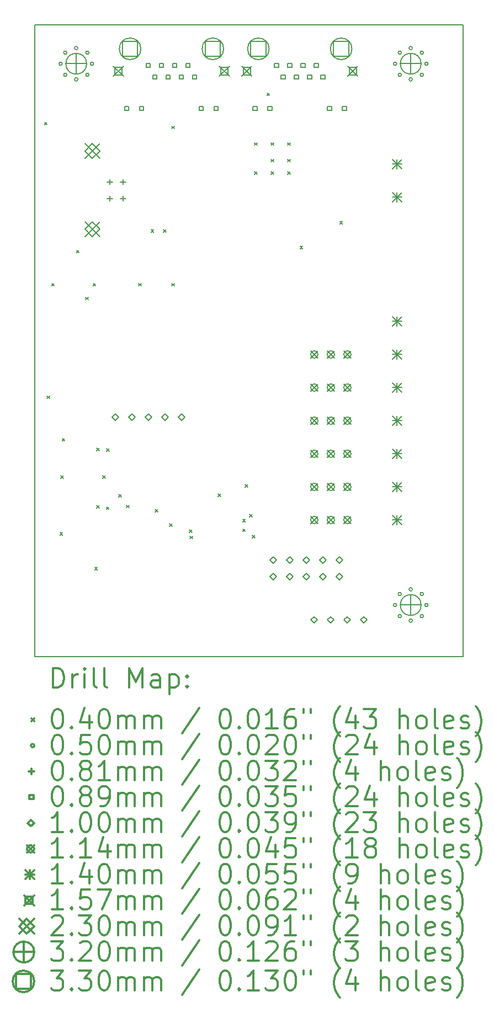
<source format=gbr>
%FSLAX45Y45*%
G04 Gerber Fmt 4.5, Leading zero omitted, Abs format (unit mm)*
G04 Created by KiCad (PCBNEW (5.0.2)-1) date 2019-02-21 19:34:58*
%MOMM*%
%LPD*%
G01*
G04 APERTURE LIST*
%ADD10C,0.150000*%
%ADD11C,0.200000*%
%ADD12C,0.300000*%
G04 APERTURE END LIST*
D10*
X9930000Y-4860000D02*
X16500000Y-4860000D01*
X16500000Y-14560000D02*
X16500000Y-4860000D01*
X9930000Y-14560000D02*
X16500000Y-14560000D01*
X9930000Y-4860000D02*
X9930000Y-14560000D01*
D11*
X10080000Y-6360000D02*
X10120000Y-6400000D01*
X10120000Y-6360000D02*
X10080000Y-6400000D01*
X10120000Y-10560000D02*
X10160000Y-10600000D01*
X10160000Y-10560000D02*
X10120000Y-10600000D01*
X10190800Y-8831900D02*
X10230800Y-8871900D01*
X10230800Y-8831900D02*
X10190800Y-8871900D01*
X10317800Y-12654600D02*
X10357800Y-12694600D01*
X10357800Y-12654600D02*
X10317800Y-12694600D01*
X10330000Y-11780000D02*
X10370000Y-11820000D01*
X10370000Y-11780000D02*
X10330000Y-11820000D01*
X10350000Y-11210000D02*
X10390000Y-11250000D01*
X10390000Y-11210000D02*
X10350000Y-11250000D01*
X10571800Y-8323900D02*
X10611800Y-8363900D01*
X10611800Y-8323900D02*
X10571800Y-8363900D01*
X10711302Y-9044101D02*
X10751302Y-9084101D01*
X10751302Y-9044101D02*
X10711302Y-9084101D01*
X10825800Y-8831900D02*
X10865800Y-8871900D01*
X10865800Y-8831900D02*
X10825800Y-8871900D01*
X10850000Y-13190000D02*
X10890000Y-13230000D01*
X10890000Y-13190000D02*
X10850000Y-13230000D01*
X10880000Y-11360000D02*
X10920000Y-11400000D01*
X10920000Y-11360000D02*
X10880000Y-11400000D01*
X10880000Y-12240000D02*
X10920000Y-12280000D01*
X10920000Y-12240000D02*
X10880000Y-12280000D01*
X10970000Y-11780000D02*
X11010000Y-11820000D01*
X11010000Y-11780000D02*
X10970000Y-11820000D01*
X11029000Y-12260900D02*
X11069000Y-12300900D01*
X11069000Y-12260900D02*
X11029000Y-12300900D01*
X11030000Y-11370000D02*
X11070000Y-11410000D01*
X11070000Y-11370000D02*
X11030000Y-11410000D01*
X11220000Y-12070000D02*
X11260000Y-12110000D01*
X11260000Y-12070000D02*
X11220000Y-12110000D01*
X11335801Y-12235500D02*
X11375801Y-12275500D01*
X11375801Y-12235500D02*
X11335801Y-12275500D01*
X11524300Y-8831900D02*
X11564300Y-8871900D01*
X11564300Y-8831900D02*
X11524300Y-8871900D01*
X11714800Y-8006400D02*
X11754800Y-8046400D01*
X11754800Y-8006400D02*
X11714800Y-8046400D01*
X11780000Y-12300000D02*
X11820000Y-12340000D01*
X11820000Y-12300000D02*
X11780000Y-12340000D01*
X11905300Y-8006400D02*
X11945300Y-8046400D01*
X11945300Y-8006400D02*
X11905300Y-8046400D01*
X11999233Y-12516900D02*
X12039233Y-12556900D01*
X12039233Y-12516900D02*
X11999233Y-12556900D01*
X12032300Y-6418900D02*
X12072300Y-6458900D01*
X12072300Y-6418900D02*
X12032300Y-6458900D01*
X12032300Y-8831900D02*
X12072300Y-8871900D01*
X12072300Y-8831900D02*
X12032300Y-8871900D01*
X12301765Y-12610338D02*
X12341765Y-12650338D01*
X12341765Y-12610338D02*
X12301765Y-12650338D01*
X12310000Y-12710000D02*
X12350000Y-12750000D01*
X12350000Y-12710000D02*
X12310000Y-12750000D01*
X12740000Y-12060000D02*
X12780000Y-12100000D01*
X12780000Y-12060000D02*
X12740000Y-12100000D01*
X13120000Y-12450000D02*
X13160000Y-12490000D01*
X13160000Y-12450000D02*
X13120000Y-12490000D01*
X13120000Y-12600000D02*
X13160000Y-12640000D01*
X13160000Y-12600000D02*
X13120000Y-12640000D01*
X13154800Y-11918000D02*
X13194800Y-11958000D01*
X13194800Y-11918000D02*
X13154800Y-11958000D01*
X13224799Y-12372501D02*
X13264799Y-12412501D01*
X13264799Y-12372501D02*
X13224799Y-12412501D01*
X13270000Y-12700000D02*
X13310000Y-12740000D01*
X13310000Y-12700000D02*
X13270000Y-12740000D01*
X13302300Y-6672900D02*
X13342300Y-6712900D01*
X13342300Y-6672900D02*
X13302300Y-6712900D01*
X13302300Y-7117400D02*
X13342300Y-7157400D01*
X13342300Y-7117400D02*
X13302300Y-7157400D01*
X13492800Y-5910900D02*
X13532800Y-5950900D01*
X13532800Y-5910900D02*
X13492800Y-5950900D01*
X13556300Y-6672900D02*
X13596300Y-6712900D01*
X13596300Y-6672900D02*
X13556300Y-6712900D01*
X13556300Y-6926900D02*
X13596300Y-6966900D01*
X13596300Y-6926900D02*
X13556300Y-6966900D01*
X13556300Y-7117400D02*
X13596300Y-7157400D01*
X13596300Y-7117400D02*
X13556300Y-7157400D01*
X13810300Y-6672900D02*
X13850300Y-6712900D01*
X13850300Y-6672900D02*
X13810300Y-6712900D01*
X13810300Y-6926900D02*
X13850300Y-6966900D01*
X13850300Y-6926900D02*
X13810300Y-6966900D01*
X13810300Y-7117400D02*
X13850300Y-7157400D01*
X13850300Y-7117400D02*
X13810300Y-7157400D01*
X14000800Y-8260400D02*
X14040800Y-8300400D01*
X14040800Y-8260400D02*
X14000800Y-8300400D01*
X14610400Y-7879400D02*
X14650400Y-7919400D01*
X14650400Y-7879400D02*
X14610400Y-7919400D01*
X10351400Y-5461000D02*
G75*
G03X10351400Y-5461000I-25000J0D01*
G01*
X10421694Y-5291294D02*
G75*
G03X10421694Y-5291294I-25000J0D01*
G01*
X10421694Y-5630706D02*
G75*
G03X10421694Y-5630706I-25000J0D01*
G01*
X10591400Y-5221000D02*
G75*
G03X10591400Y-5221000I-25000J0D01*
G01*
X10591400Y-5701000D02*
G75*
G03X10591400Y-5701000I-25000J0D01*
G01*
X10761106Y-5291294D02*
G75*
G03X10761106Y-5291294I-25000J0D01*
G01*
X10761106Y-5630706D02*
G75*
G03X10761106Y-5630706I-25000J0D01*
G01*
X10831400Y-5461000D02*
G75*
G03X10831400Y-5461000I-25000J0D01*
G01*
X15482200Y-13766800D02*
G75*
G03X15482200Y-13766800I-25000J0D01*
G01*
X15552494Y-13597094D02*
G75*
G03X15552494Y-13597094I-25000J0D01*
G01*
X15552494Y-13936506D02*
G75*
G03X15552494Y-13936506I-25000J0D01*
G01*
X15722200Y-13526800D02*
G75*
G03X15722200Y-13526800I-25000J0D01*
G01*
X15722200Y-14006800D02*
G75*
G03X15722200Y-14006800I-25000J0D01*
G01*
X15891906Y-13597094D02*
G75*
G03X15891906Y-13597094I-25000J0D01*
G01*
X15891906Y-13936506D02*
G75*
G03X15891906Y-13936506I-25000J0D01*
G01*
X15962200Y-13766800D02*
G75*
G03X15962200Y-13766800I-25000J0D01*
G01*
X15482200Y-5461000D02*
G75*
G03X15482200Y-5461000I-25000J0D01*
G01*
X15552494Y-5291294D02*
G75*
G03X15552494Y-5291294I-25000J0D01*
G01*
X15552494Y-5630706D02*
G75*
G03X15552494Y-5630706I-25000J0D01*
G01*
X15722200Y-5221000D02*
G75*
G03X15722200Y-5221000I-25000J0D01*
G01*
X15722200Y-5701000D02*
G75*
G03X15722200Y-5701000I-25000J0D01*
G01*
X15891906Y-5291294D02*
G75*
G03X15891906Y-5291294I-25000J0D01*
G01*
X15891906Y-5630706D02*
G75*
G03X15891906Y-5630706I-25000J0D01*
G01*
X15962200Y-5461000D02*
G75*
G03X15962200Y-5461000I-25000J0D01*
G01*
X11083370Y-7233136D02*
X11083370Y-7314416D01*
X11042730Y-7273776D02*
X11124010Y-7273776D01*
X11083370Y-7487136D02*
X11083370Y-7568416D01*
X11042730Y-7527776D02*
X11124010Y-7527776D01*
X11283268Y-7233136D02*
X11283268Y-7314416D01*
X11242628Y-7273776D02*
X11323908Y-7273776D01*
X11283268Y-7487136D02*
X11283268Y-7568416D01*
X11242628Y-7527776D02*
X11323908Y-7527776D01*
X11372531Y-6178231D02*
X11372531Y-6115369D01*
X11309669Y-6115369D01*
X11309669Y-6178231D01*
X11372531Y-6178231D01*
X11601131Y-6178231D02*
X11601131Y-6115369D01*
X11538269Y-6115369D01*
X11538269Y-6178231D01*
X11601131Y-6178231D01*
X11702731Y-5517831D02*
X11702731Y-5454969D01*
X11639869Y-5454969D01*
X11639869Y-5517831D01*
X11702731Y-5517831D01*
X11804331Y-5695631D02*
X11804331Y-5632769D01*
X11741469Y-5632769D01*
X11741469Y-5695631D01*
X11804331Y-5695631D01*
X11905931Y-5517831D02*
X11905931Y-5454969D01*
X11843069Y-5454969D01*
X11843069Y-5517831D01*
X11905931Y-5517831D01*
X12007531Y-5695631D02*
X12007531Y-5632769D01*
X11944669Y-5632769D01*
X11944669Y-5695631D01*
X12007531Y-5695631D01*
X12109131Y-5517831D02*
X12109131Y-5454969D01*
X12046269Y-5454969D01*
X12046269Y-5517831D01*
X12109131Y-5517831D01*
X12210731Y-5695631D02*
X12210731Y-5632769D01*
X12147869Y-5632769D01*
X12147869Y-5695631D01*
X12210731Y-5695631D01*
X12312331Y-5517831D02*
X12312331Y-5454969D01*
X12249469Y-5454969D01*
X12249469Y-5517831D01*
X12312331Y-5517831D01*
X12413931Y-5695631D02*
X12413931Y-5632769D01*
X12351069Y-5632769D01*
X12351069Y-5695631D01*
X12413931Y-5695631D01*
X12515531Y-6178231D02*
X12515531Y-6115369D01*
X12452669Y-6115369D01*
X12452669Y-6178231D01*
X12515531Y-6178231D01*
X12744131Y-6178231D02*
X12744131Y-6115369D01*
X12681269Y-6115369D01*
X12681269Y-6178231D01*
X12744131Y-6178231D01*
X13341031Y-6178231D02*
X13341031Y-6115369D01*
X13278169Y-6115369D01*
X13278169Y-6178231D01*
X13341031Y-6178231D01*
X13569631Y-6178231D02*
X13569631Y-6115369D01*
X13506769Y-6115369D01*
X13506769Y-6178231D01*
X13569631Y-6178231D01*
X13671231Y-5517831D02*
X13671231Y-5454969D01*
X13608369Y-5454969D01*
X13608369Y-5517831D01*
X13671231Y-5517831D01*
X13772831Y-5695631D02*
X13772831Y-5632769D01*
X13709969Y-5632769D01*
X13709969Y-5695631D01*
X13772831Y-5695631D01*
X13874431Y-5517831D02*
X13874431Y-5454969D01*
X13811569Y-5454969D01*
X13811569Y-5517831D01*
X13874431Y-5517831D01*
X13976031Y-5695631D02*
X13976031Y-5632769D01*
X13913169Y-5632769D01*
X13913169Y-5695631D01*
X13976031Y-5695631D01*
X14077631Y-5517831D02*
X14077631Y-5454969D01*
X14014769Y-5454969D01*
X14014769Y-5517831D01*
X14077631Y-5517831D01*
X14179231Y-5695631D02*
X14179231Y-5632769D01*
X14116369Y-5632769D01*
X14116369Y-5695631D01*
X14179231Y-5695631D01*
X14280831Y-5517831D02*
X14280831Y-5454969D01*
X14217969Y-5454969D01*
X14217969Y-5517831D01*
X14280831Y-5517831D01*
X14382431Y-5695631D02*
X14382431Y-5632769D01*
X14319569Y-5632769D01*
X14319569Y-5695631D01*
X14382431Y-5695631D01*
X14484031Y-6178231D02*
X14484031Y-6115369D01*
X14421169Y-6115369D01*
X14421169Y-6178231D01*
X14484031Y-6178231D01*
X14712631Y-6178231D02*
X14712631Y-6115369D01*
X14649769Y-6115369D01*
X14649769Y-6178231D01*
X14712631Y-6178231D01*
X11417300Y-10933900D02*
X11467300Y-10883900D01*
X11417300Y-10833900D01*
X11367300Y-10883900D01*
X11417300Y-10933900D01*
X11671300Y-10933900D02*
X11721300Y-10883900D01*
X11671300Y-10833900D01*
X11621300Y-10883900D01*
X11671300Y-10933900D01*
X11925300Y-10933900D02*
X11975300Y-10883900D01*
X11925300Y-10833900D01*
X11875300Y-10883900D01*
X11925300Y-10933900D01*
X12179300Y-10933900D02*
X12229300Y-10883900D01*
X12179300Y-10833900D01*
X12129300Y-10883900D01*
X12179300Y-10933900D01*
X14211300Y-14045400D02*
X14261300Y-13995400D01*
X14211300Y-13945400D01*
X14161300Y-13995400D01*
X14211300Y-14045400D01*
X14465300Y-14045400D02*
X14515300Y-13995400D01*
X14465300Y-13945400D01*
X14415300Y-13995400D01*
X14465300Y-14045400D01*
X14719300Y-14045400D02*
X14769300Y-13995400D01*
X14719300Y-13945400D01*
X14669300Y-13995400D01*
X14719300Y-14045400D01*
X14973300Y-14045400D02*
X15023300Y-13995400D01*
X14973300Y-13945400D01*
X14923300Y-13995400D01*
X14973300Y-14045400D01*
X13590000Y-13126000D02*
X13640000Y-13076000D01*
X13590000Y-13026000D01*
X13540000Y-13076000D01*
X13590000Y-13126000D01*
X13590000Y-13380000D02*
X13640000Y-13330000D01*
X13590000Y-13280000D01*
X13540000Y-13330000D01*
X13590000Y-13380000D01*
X13844000Y-13126000D02*
X13894000Y-13076000D01*
X13844000Y-13026000D01*
X13794000Y-13076000D01*
X13844000Y-13126000D01*
X13844000Y-13380000D02*
X13894000Y-13330000D01*
X13844000Y-13280000D01*
X13794000Y-13330000D01*
X13844000Y-13380000D01*
X14098000Y-13126000D02*
X14148000Y-13076000D01*
X14098000Y-13026000D01*
X14048000Y-13076000D01*
X14098000Y-13126000D01*
X14098000Y-13380000D02*
X14148000Y-13330000D01*
X14098000Y-13280000D01*
X14048000Y-13330000D01*
X14098000Y-13380000D01*
X14352000Y-13126000D02*
X14402000Y-13076000D01*
X14352000Y-13026000D01*
X14302000Y-13076000D01*
X14352000Y-13126000D01*
X14352000Y-13380000D02*
X14402000Y-13330000D01*
X14352000Y-13280000D01*
X14302000Y-13330000D01*
X14352000Y-13380000D01*
X14606000Y-13126000D02*
X14656000Y-13076000D01*
X14606000Y-13026000D01*
X14556000Y-13076000D01*
X14606000Y-13126000D01*
X14606000Y-13380000D02*
X14656000Y-13330000D01*
X14606000Y-13280000D01*
X14556000Y-13330000D01*
X14606000Y-13380000D01*
X11163300Y-10933900D02*
X11213300Y-10883900D01*
X11163300Y-10833900D01*
X11113300Y-10883900D01*
X11163300Y-10933900D01*
X11417300Y-10933900D02*
X11467300Y-10883900D01*
X11417300Y-10833900D01*
X11367300Y-10883900D01*
X11417300Y-10933900D01*
X11671300Y-10933900D02*
X11721300Y-10883900D01*
X11671300Y-10833900D01*
X11621300Y-10883900D01*
X11671300Y-10933900D01*
X11925300Y-10933900D02*
X11975300Y-10883900D01*
X11925300Y-10833900D01*
X11875300Y-10883900D01*
X11925300Y-10933900D01*
X12179300Y-10933900D02*
X12229300Y-10883900D01*
X12179300Y-10833900D01*
X12129300Y-10883900D01*
X12179300Y-10933900D01*
X14161182Y-10880874D02*
X14275482Y-10995174D01*
X14275482Y-10880874D02*
X14161182Y-10995174D01*
X14275482Y-10938024D02*
G75*
G03X14275482Y-10938024I-57150J0D01*
G01*
X14415182Y-10880874D02*
X14529482Y-10995174D01*
X14529482Y-10880874D02*
X14415182Y-10995174D01*
X14529482Y-10938024D02*
G75*
G03X14529482Y-10938024I-57150J0D01*
G01*
X14669182Y-10880874D02*
X14783482Y-10995174D01*
X14783482Y-10880874D02*
X14669182Y-10995174D01*
X14783482Y-10938024D02*
G75*
G03X14783482Y-10938024I-57150J0D01*
G01*
X14161182Y-9864874D02*
X14275482Y-9979174D01*
X14275482Y-9864874D02*
X14161182Y-9979174D01*
X14275482Y-9922024D02*
G75*
G03X14275482Y-9922024I-57150J0D01*
G01*
X14415182Y-9864874D02*
X14529482Y-9979174D01*
X14529482Y-9864874D02*
X14415182Y-9979174D01*
X14529482Y-9922024D02*
G75*
G03X14529482Y-9922024I-57150J0D01*
G01*
X14669182Y-9864874D02*
X14783482Y-9979174D01*
X14783482Y-9864874D02*
X14669182Y-9979174D01*
X14783482Y-9922024D02*
G75*
G03X14783482Y-9922024I-57150J0D01*
G01*
X14161182Y-12404874D02*
X14275482Y-12519174D01*
X14275482Y-12404874D02*
X14161182Y-12519174D01*
X14275482Y-12462024D02*
G75*
G03X14275482Y-12462024I-57150J0D01*
G01*
X14415182Y-12404874D02*
X14529482Y-12519174D01*
X14529482Y-12404874D02*
X14415182Y-12519174D01*
X14529482Y-12462024D02*
G75*
G03X14529482Y-12462024I-57150J0D01*
G01*
X14669182Y-12404874D02*
X14783482Y-12519174D01*
X14783482Y-12404874D02*
X14669182Y-12519174D01*
X14783482Y-12462024D02*
G75*
G03X14783482Y-12462024I-57150J0D01*
G01*
X14161182Y-11388874D02*
X14275482Y-11503174D01*
X14275482Y-11388874D02*
X14161182Y-11503174D01*
X14275482Y-11446024D02*
G75*
G03X14275482Y-11446024I-57150J0D01*
G01*
X14415182Y-11388874D02*
X14529482Y-11503174D01*
X14529482Y-11388874D02*
X14415182Y-11503174D01*
X14529482Y-11446024D02*
G75*
G03X14529482Y-11446024I-57150J0D01*
G01*
X14669182Y-11388874D02*
X14783482Y-11503174D01*
X14783482Y-11388874D02*
X14669182Y-11503174D01*
X14783482Y-11446024D02*
G75*
G03X14783482Y-11446024I-57150J0D01*
G01*
X14161182Y-10372874D02*
X14275482Y-10487174D01*
X14275482Y-10372874D02*
X14161182Y-10487174D01*
X14275482Y-10430024D02*
G75*
G03X14275482Y-10430024I-57150J0D01*
G01*
X14415182Y-10372874D02*
X14529482Y-10487174D01*
X14529482Y-10372874D02*
X14415182Y-10487174D01*
X14529482Y-10430024D02*
G75*
G03X14529482Y-10430024I-57150J0D01*
G01*
X14669182Y-10372874D02*
X14783482Y-10487174D01*
X14783482Y-10372874D02*
X14669182Y-10487174D01*
X14783482Y-10430024D02*
G75*
G03X14783482Y-10430024I-57150J0D01*
G01*
X14161182Y-11896874D02*
X14275482Y-12011174D01*
X14275482Y-11896874D02*
X14161182Y-12011174D01*
X14275482Y-11954024D02*
G75*
G03X14275482Y-11954024I-57150J0D01*
G01*
X14415182Y-11896874D02*
X14529482Y-12011174D01*
X14529482Y-11896874D02*
X14415182Y-12011174D01*
X14529482Y-11954024D02*
G75*
G03X14529482Y-11954024I-57150J0D01*
G01*
X14669182Y-11896874D02*
X14783482Y-12011174D01*
X14783482Y-11896874D02*
X14669182Y-12011174D01*
X14783482Y-11954024D02*
G75*
G03X14783482Y-11954024I-57150J0D01*
G01*
X15418332Y-9344024D02*
X15558332Y-9484024D01*
X15558332Y-9344024D02*
X15418332Y-9484024D01*
X15488332Y-9344024D02*
X15488332Y-9484024D01*
X15418332Y-9414024D02*
X15558332Y-9414024D01*
X15418332Y-9852024D02*
X15558332Y-9992024D01*
X15558332Y-9852024D02*
X15418332Y-9992024D01*
X15488332Y-9852024D02*
X15488332Y-9992024D01*
X15418332Y-9922024D02*
X15558332Y-9922024D01*
X15418332Y-10360024D02*
X15558332Y-10500024D01*
X15558332Y-10360024D02*
X15418332Y-10500024D01*
X15488332Y-10360024D02*
X15488332Y-10500024D01*
X15418332Y-10430024D02*
X15558332Y-10430024D01*
X15418332Y-10868024D02*
X15558332Y-11008024D01*
X15558332Y-10868024D02*
X15418332Y-11008024D01*
X15488332Y-10868024D02*
X15488332Y-11008024D01*
X15418332Y-10938024D02*
X15558332Y-10938024D01*
X15418332Y-11376024D02*
X15558332Y-11516024D01*
X15558332Y-11376024D02*
X15418332Y-11516024D01*
X15488332Y-11376024D02*
X15488332Y-11516024D01*
X15418332Y-11446024D02*
X15558332Y-11446024D01*
X15418332Y-11884024D02*
X15558332Y-12024024D01*
X15558332Y-11884024D02*
X15418332Y-12024024D01*
X15488332Y-11884024D02*
X15488332Y-12024024D01*
X15418332Y-11954024D02*
X15558332Y-11954024D01*
X15418332Y-12392024D02*
X15558332Y-12532024D01*
X15558332Y-12392024D02*
X15418332Y-12532024D01*
X15488332Y-12392024D02*
X15488332Y-12532024D01*
X15418332Y-12462024D02*
X15558332Y-12462024D01*
X15418332Y-6931024D02*
X15558332Y-7071024D01*
X15558332Y-6931024D02*
X15418332Y-7071024D01*
X15488332Y-6931024D02*
X15488332Y-7071024D01*
X15418332Y-7001024D02*
X15558332Y-7001024D01*
X15418332Y-7439024D02*
X15558332Y-7579024D01*
X15558332Y-7439024D02*
X15418332Y-7579024D01*
X15488332Y-7439024D02*
X15488332Y-7579024D01*
X15418332Y-7509024D02*
X15558332Y-7509024D01*
X11135600Y-5496800D02*
X11292600Y-5653800D01*
X11292600Y-5496800D02*
X11135600Y-5653800D01*
X11269608Y-5630808D02*
X11269608Y-5519792D01*
X11158592Y-5519792D01*
X11158592Y-5630808D01*
X11269608Y-5630808D01*
X12761200Y-5496800D02*
X12918200Y-5653800D01*
X12918200Y-5496800D02*
X12761200Y-5653800D01*
X12895208Y-5630808D02*
X12895208Y-5519792D01*
X12784192Y-5519792D01*
X12784192Y-5630808D01*
X12895208Y-5630808D01*
X13104100Y-5496800D02*
X13261100Y-5653800D01*
X13261100Y-5496800D02*
X13104100Y-5653800D01*
X13238108Y-5630808D02*
X13238108Y-5519792D01*
X13127092Y-5519792D01*
X13127092Y-5630808D01*
X13238108Y-5630808D01*
X14729700Y-5496800D02*
X14886700Y-5653800D01*
X14886700Y-5496800D02*
X14729700Y-5653800D01*
X14863708Y-5630808D02*
X14863708Y-5519792D01*
X14752692Y-5519792D01*
X14752692Y-5630808D01*
X14863708Y-5630808D01*
X10698306Y-6685766D02*
X10928430Y-6915890D01*
X10928430Y-6685766D02*
X10698306Y-6915890D01*
X10813368Y-6915890D02*
X10928430Y-6800828D01*
X10813368Y-6685766D01*
X10698306Y-6800828D01*
X10813368Y-6915890D01*
X10698306Y-7885662D02*
X10928430Y-8115786D01*
X10928430Y-7885662D02*
X10698306Y-8115786D01*
X10813368Y-8115786D02*
X10928430Y-8000724D01*
X10813368Y-7885662D01*
X10698306Y-8000724D01*
X10813368Y-8115786D01*
X10566400Y-5301000D02*
X10566400Y-5621000D01*
X10406400Y-5461000D02*
X10726400Y-5461000D01*
X10726400Y-5461000D02*
G75*
G03X10726400Y-5461000I-160000J0D01*
G01*
X15697200Y-13606800D02*
X15697200Y-13926800D01*
X15537200Y-13766800D02*
X15857200Y-13766800D01*
X15857200Y-13766800D02*
G75*
G03X15857200Y-13766800I-160000J0D01*
G01*
X15697200Y-5301000D02*
X15697200Y-5621000D01*
X15537200Y-5461000D02*
X15857200Y-5461000D01*
X15857200Y-5461000D02*
G75*
G03X15857200Y-5461000I-160000J0D01*
G01*
X11508574Y-5349074D02*
X11508574Y-5115726D01*
X11275226Y-5115726D01*
X11275226Y-5349074D01*
X11508574Y-5349074D01*
X11556900Y-5232400D02*
G75*
G03X11556900Y-5232400I-165000J0D01*
G01*
X12778574Y-5349074D02*
X12778574Y-5115726D01*
X12545226Y-5115726D01*
X12545226Y-5349074D01*
X12778574Y-5349074D01*
X12826900Y-5232400D02*
G75*
G03X12826900Y-5232400I-165000J0D01*
G01*
X13477074Y-5349074D02*
X13477074Y-5115726D01*
X13243726Y-5115726D01*
X13243726Y-5349074D01*
X13477074Y-5349074D01*
X13525400Y-5232400D02*
G75*
G03X13525400Y-5232400I-165000J0D01*
G01*
X14747074Y-5349074D02*
X14747074Y-5115726D01*
X14513726Y-5115726D01*
X14513726Y-5349074D01*
X14747074Y-5349074D01*
X14795400Y-5232400D02*
G75*
G03X14795400Y-5232400I-165000J0D01*
G01*
D12*
X10208928Y-15033214D02*
X10208928Y-14733214D01*
X10280357Y-14733214D01*
X10323214Y-14747500D01*
X10351786Y-14776071D01*
X10366071Y-14804643D01*
X10380357Y-14861786D01*
X10380357Y-14904643D01*
X10366071Y-14961786D01*
X10351786Y-14990357D01*
X10323214Y-15018929D01*
X10280357Y-15033214D01*
X10208928Y-15033214D01*
X10508928Y-15033214D02*
X10508928Y-14833214D01*
X10508928Y-14890357D02*
X10523214Y-14861786D01*
X10537500Y-14847500D01*
X10566071Y-14833214D01*
X10594643Y-14833214D01*
X10694643Y-15033214D02*
X10694643Y-14833214D01*
X10694643Y-14733214D02*
X10680357Y-14747500D01*
X10694643Y-14761786D01*
X10708928Y-14747500D01*
X10694643Y-14733214D01*
X10694643Y-14761786D01*
X10880357Y-15033214D02*
X10851786Y-15018929D01*
X10837500Y-14990357D01*
X10837500Y-14733214D01*
X11037500Y-15033214D02*
X11008928Y-15018929D01*
X10994643Y-14990357D01*
X10994643Y-14733214D01*
X11380357Y-15033214D02*
X11380357Y-14733214D01*
X11480357Y-14947500D01*
X11580357Y-14733214D01*
X11580357Y-15033214D01*
X11851786Y-15033214D02*
X11851786Y-14876071D01*
X11837500Y-14847500D01*
X11808928Y-14833214D01*
X11751786Y-14833214D01*
X11723214Y-14847500D01*
X11851786Y-15018929D02*
X11823214Y-15033214D01*
X11751786Y-15033214D01*
X11723214Y-15018929D01*
X11708928Y-14990357D01*
X11708928Y-14961786D01*
X11723214Y-14933214D01*
X11751786Y-14918929D01*
X11823214Y-14918929D01*
X11851786Y-14904643D01*
X11994643Y-14833214D02*
X11994643Y-15133214D01*
X11994643Y-14847500D02*
X12023214Y-14833214D01*
X12080357Y-14833214D01*
X12108928Y-14847500D01*
X12123214Y-14861786D01*
X12137500Y-14890357D01*
X12137500Y-14976071D01*
X12123214Y-15004643D01*
X12108928Y-15018929D01*
X12080357Y-15033214D01*
X12023214Y-15033214D01*
X11994643Y-15018929D01*
X12266071Y-15004643D02*
X12280357Y-15018929D01*
X12266071Y-15033214D01*
X12251786Y-15018929D01*
X12266071Y-15004643D01*
X12266071Y-15033214D01*
X12266071Y-14847500D02*
X12280357Y-14861786D01*
X12266071Y-14876071D01*
X12251786Y-14861786D01*
X12266071Y-14847500D01*
X12266071Y-14876071D01*
X9882500Y-15507500D02*
X9922500Y-15547500D01*
X9922500Y-15507500D02*
X9882500Y-15547500D01*
X10266071Y-15363214D02*
X10294643Y-15363214D01*
X10323214Y-15377500D01*
X10337500Y-15391786D01*
X10351786Y-15420357D01*
X10366071Y-15477500D01*
X10366071Y-15548929D01*
X10351786Y-15606071D01*
X10337500Y-15634643D01*
X10323214Y-15648929D01*
X10294643Y-15663214D01*
X10266071Y-15663214D01*
X10237500Y-15648929D01*
X10223214Y-15634643D01*
X10208928Y-15606071D01*
X10194643Y-15548929D01*
X10194643Y-15477500D01*
X10208928Y-15420357D01*
X10223214Y-15391786D01*
X10237500Y-15377500D01*
X10266071Y-15363214D01*
X10494643Y-15634643D02*
X10508928Y-15648929D01*
X10494643Y-15663214D01*
X10480357Y-15648929D01*
X10494643Y-15634643D01*
X10494643Y-15663214D01*
X10766071Y-15463214D02*
X10766071Y-15663214D01*
X10694643Y-15348929D02*
X10623214Y-15563214D01*
X10808928Y-15563214D01*
X10980357Y-15363214D02*
X11008928Y-15363214D01*
X11037500Y-15377500D01*
X11051786Y-15391786D01*
X11066071Y-15420357D01*
X11080357Y-15477500D01*
X11080357Y-15548929D01*
X11066071Y-15606071D01*
X11051786Y-15634643D01*
X11037500Y-15648929D01*
X11008928Y-15663214D01*
X10980357Y-15663214D01*
X10951786Y-15648929D01*
X10937500Y-15634643D01*
X10923214Y-15606071D01*
X10908928Y-15548929D01*
X10908928Y-15477500D01*
X10923214Y-15420357D01*
X10937500Y-15391786D01*
X10951786Y-15377500D01*
X10980357Y-15363214D01*
X11208928Y-15663214D02*
X11208928Y-15463214D01*
X11208928Y-15491786D02*
X11223214Y-15477500D01*
X11251786Y-15463214D01*
X11294643Y-15463214D01*
X11323214Y-15477500D01*
X11337500Y-15506071D01*
X11337500Y-15663214D01*
X11337500Y-15506071D02*
X11351786Y-15477500D01*
X11380357Y-15463214D01*
X11423214Y-15463214D01*
X11451786Y-15477500D01*
X11466071Y-15506071D01*
X11466071Y-15663214D01*
X11608928Y-15663214D02*
X11608928Y-15463214D01*
X11608928Y-15491786D02*
X11623214Y-15477500D01*
X11651786Y-15463214D01*
X11694643Y-15463214D01*
X11723214Y-15477500D01*
X11737500Y-15506071D01*
X11737500Y-15663214D01*
X11737500Y-15506071D02*
X11751786Y-15477500D01*
X11780357Y-15463214D01*
X11823214Y-15463214D01*
X11851786Y-15477500D01*
X11866071Y-15506071D01*
X11866071Y-15663214D01*
X12451786Y-15348929D02*
X12194643Y-15734643D01*
X12837500Y-15363214D02*
X12866071Y-15363214D01*
X12894643Y-15377500D01*
X12908928Y-15391786D01*
X12923214Y-15420357D01*
X12937500Y-15477500D01*
X12937500Y-15548929D01*
X12923214Y-15606071D01*
X12908928Y-15634643D01*
X12894643Y-15648929D01*
X12866071Y-15663214D01*
X12837500Y-15663214D01*
X12808928Y-15648929D01*
X12794643Y-15634643D01*
X12780357Y-15606071D01*
X12766071Y-15548929D01*
X12766071Y-15477500D01*
X12780357Y-15420357D01*
X12794643Y-15391786D01*
X12808928Y-15377500D01*
X12837500Y-15363214D01*
X13066071Y-15634643D02*
X13080357Y-15648929D01*
X13066071Y-15663214D01*
X13051786Y-15648929D01*
X13066071Y-15634643D01*
X13066071Y-15663214D01*
X13266071Y-15363214D02*
X13294643Y-15363214D01*
X13323214Y-15377500D01*
X13337500Y-15391786D01*
X13351786Y-15420357D01*
X13366071Y-15477500D01*
X13366071Y-15548929D01*
X13351786Y-15606071D01*
X13337500Y-15634643D01*
X13323214Y-15648929D01*
X13294643Y-15663214D01*
X13266071Y-15663214D01*
X13237500Y-15648929D01*
X13223214Y-15634643D01*
X13208928Y-15606071D01*
X13194643Y-15548929D01*
X13194643Y-15477500D01*
X13208928Y-15420357D01*
X13223214Y-15391786D01*
X13237500Y-15377500D01*
X13266071Y-15363214D01*
X13651786Y-15663214D02*
X13480357Y-15663214D01*
X13566071Y-15663214D02*
X13566071Y-15363214D01*
X13537500Y-15406071D01*
X13508928Y-15434643D01*
X13480357Y-15448929D01*
X13908928Y-15363214D02*
X13851786Y-15363214D01*
X13823214Y-15377500D01*
X13808928Y-15391786D01*
X13780357Y-15434643D01*
X13766071Y-15491786D01*
X13766071Y-15606071D01*
X13780357Y-15634643D01*
X13794643Y-15648929D01*
X13823214Y-15663214D01*
X13880357Y-15663214D01*
X13908928Y-15648929D01*
X13923214Y-15634643D01*
X13937500Y-15606071D01*
X13937500Y-15534643D01*
X13923214Y-15506071D01*
X13908928Y-15491786D01*
X13880357Y-15477500D01*
X13823214Y-15477500D01*
X13794643Y-15491786D01*
X13780357Y-15506071D01*
X13766071Y-15534643D01*
X14051786Y-15363214D02*
X14051786Y-15420357D01*
X14166071Y-15363214D02*
X14166071Y-15420357D01*
X14608928Y-15777500D02*
X14594643Y-15763214D01*
X14566071Y-15720357D01*
X14551786Y-15691786D01*
X14537500Y-15648929D01*
X14523214Y-15577500D01*
X14523214Y-15520357D01*
X14537500Y-15448929D01*
X14551786Y-15406071D01*
X14566071Y-15377500D01*
X14594643Y-15334643D01*
X14608928Y-15320357D01*
X14851786Y-15463214D02*
X14851786Y-15663214D01*
X14780357Y-15348929D02*
X14708928Y-15563214D01*
X14894643Y-15563214D01*
X14980357Y-15363214D02*
X15166071Y-15363214D01*
X15066071Y-15477500D01*
X15108928Y-15477500D01*
X15137500Y-15491786D01*
X15151786Y-15506071D01*
X15166071Y-15534643D01*
X15166071Y-15606071D01*
X15151786Y-15634643D01*
X15137500Y-15648929D01*
X15108928Y-15663214D01*
X15023214Y-15663214D01*
X14994643Y-15648929D01*
X14980357Y-15634643D01*
X15523214Y-15663214D02*
X15523214Y-15363214D01*
X15651786Y-15663214D02*
X15651786Y-15506071D01*
X15637500Y-15477500D01*
X15608928Y-15463214D01*
X15566071Y-15463214D01*
X15537500Y-15477500D01*
X15523214Y-15491786D01*
X15837500Y-15663214D02*
X15808928Y-15648929D01*
X15794643Y-15634643D01*
X15780357Y-15606071D01*
X15780357Y-15520357D01*
X15794643Y-15491786D01*
X15808928Y-15477500D01*
X15837500Y-15463214D01*
X15880357Y-15463214D01*
X15908928Y-15477500D01*
X15923214Y-15491786D01*
X15937500Y-15520357D01*
X15937500Y-15606071D01*
X15923214Y-15634643D01*
X15908928Y-15648929D01*
X15880357Y-15663214D01*
X15837500Y-15663214D01*
X16108928Y-15663214D02*
X16080357Y-15648929D01*
X16066071Y-15620357D01*
X16066071Y-15363214D01*
X16337500Y-15648929D02*
X16308928Y-15663214D01*
X16251786Y-15663214D01*
X16223214Y-15648929D01*
X16208928Y-15620357D01*
X16208928Y-15506071D01*
X16223214Y-15477500D01*
X16251786Y-15463214D01*
X16308928Y-15463214D01*
X16337500Y-15477500D01*
X16351786Y-15506071D01*
X16351786Y-15534643D01*
X16208928Y-15563214D01*
X16466071Y-15648929D02*
X16494643Y-15663214D01*
X16551786Y-15663214D01*
X16580357Y-15648929D01*
X16594643Y-15620357D01*
X16594643Y-15606071D01*
X16580357Y-15577500D01*
X16551786Y-15563214D01*
X16508928Y-15563214D01*
X16480357Y-15548929D01*
X16466071Y-15520357D01*
X16466071Y-15506071D01*
X16480357Y-15477500D01*
X16508928Y-15463214D01*
X16551786Y-15463214D01*
X16580357Y-15477500D01*
X16694643Y-15777500D02*
X16708928Y-15763214D01*
X16737500Y-15720357D01*
X16751786Y-15691786D01*
X16766071Y-15648929D01*
X16780357Y-15577500D01*
X16780357Y-15520357D01*
X16766071Y-15448929D01*
X16751786Y-15406071D01*
X16737500Y-15377500D01*
X16708928Y-15334643D01*
X16694643Y-15320357D01*
X9922500Y-15923500D02*
G75*
G03X9922500Y-15923500I-25000J0D01*
G01*
X10266071Y-15759214D02*
X10294643Y-15759214D01*
X10323214Y-15773500D01*
X10337500Y-15787786D01*
X10351786Y-15816357D01*
X10366071Y-15873500D01*
X10366071Y-15944929D01*
X10351786Y-16002071D01*
X10337500Y-16030643D01*
X10323214Y-16044929D01*
X10294643Y-16059214D01*
X10266071Y-16059214D01*
X10237500Y-16044929D01*
X10223214Y-16030643D01*
X10208928Y-16002071D01*
X10194643Y-15944929D01*
X10194643Y-15873500D01*
X10208928Y-15816357D01*
X10223214Y-15787786D01*
X10237500Y-15773500D01*
X10266071Y-15759214D01*
X10494643Y-16030643D02*
X10508928Y-16044929D01*
X10494643Y-16059214D01*
X10480357Y-16044929D01*
X10494643Y-16030643D01*
X10494643Y-16059214D01*
X10780357Y-15759214D02*
X10637500Y-15759214D01*
X10623214Y-15902071D01*
X10637500Y-15887786D01*
X10666071Y-15873500D01*
X10737500Y-15873500D01*
X10766071Y-15887786D01*
X10780357Y-15902071D01*
X10794643Y-15930643D01*
X10794643Y-16002071D01*
X10780357Y-16030643D01*
X10766071Y-16044929D01*
X10737500Y-16059214D01*
X10666071Y-16059214D01*
X10637500Y-16044929D01*
X10623214Y-16030643D01*
X10980357Y-15759214D02*
X11008928Y-15759214D01*
X11037500Y-15773500D01*
X11051786Y-15787786D01*
X11066071Y-15816357D01*
X11080357Y-15873500D01*
X11080357Y-15944929D01*
X11066071Y-16002071D01*
X11051786Y-16030643D01*
X11037500Y-16044929D01*
X11008928Y-16059214D01*
X10980357Y-16059214D01*
X10951786Y-16044929D01*
X10937500Y-16030643D01*
X10923214Y-16002071D01*
X10908928Y-15944929D01*
X10908928Y-15873500D01*
X10923214Y-15816357D01*
X10937500Y-15787786D01*
X10951786Y-15773500D01*
X10980357Y-15759214D01*
X11208928Y-16059214D02*
X11208928Y-15859214D01*
X11208928Y-15887786D02*
X11223214Y-15873500D01*
X11251786Y-15859214D01*
X11294643Y-15859214D01*
X11323214Y-15873500D01*
X11337500Y-15902071D01*
X11337500Y-16059214D01*
X11337500Y-15902071D02*
X11351786Y-15873500D01*
X11380357Y-15859214D01*
X11423214Y-15859214D01*
X11451786Y-15873500D01*
X11466071Y-15902071D01*
X11466071Y-16059214D01*
X11608928Y-16059214D02*
X11608928Y-15859214D01*
X11608928Y-15887786D02*
X11623214Y-15873500D01*
X11651786Y-15859214D01*
X11694643Y-15859214D01*
X11723214Y-15873500D01*
X11737500Y-15902071D01*
X11737500Y-16059214D01*
X11737500Y-15902071D02*
X11751786Y-15873500D01*
X11780357Y-15859214D01*
X11823214Y-15859214D01*
X11851786Y-15873500D01*
X11866071Y-15902071D01*
X11866071Y-16059214D01*
X12451786Y-15744929D02*
X12194643Y-16130643D01*
X12837500Y-15759214D02*
X12866071Y-15759214D01*
X12894643Y-15773500D01*
X12908928Y-15787786D01*
X12923214Y-15816357D01*
X12937500Y-15873500D01*
X12937500Y-15944929D01*
X12923214Y-16002071D01*
X12908928Y-16030643D01*
X12894643Y-16044929D01*
X12866071Y-16059214D01*
X12837500Y-16059214D01*
X12808928Y-16044929D01*
X12794643Y-16030643D01*
X12780357Y-16002071D01*
X12766071Y-15944929D01*
X12766071Y-15873500D01*
X12780357Y-15816357D01*
X12794643Y-15787786D01*
X12808928Y-15773500D01*
X12837500Y-15759214D01*
X13066071Y-16030643D02*
X13080357Y-16044929D01*
X13066071Y-16059214D01*
X13051786Y-16044929D01*
X13066071Y-16030643D01*
X13066071Y-16059214D01*
X13266071Y-15759214D02*
X13294643Y-15759214D01*
X13323214Y-15773500D01*
X13337500Y-15787786D01*
X13351786Y-15816357D01*
X13366071Y-15873500D01*
X13366071Y-15944929D01*
X13351786Y-16002071D01*
X13337500Y-16030643D01*
X13323214Y-16044929D01*
X13294643Y-16059214D01*
X13266071Y-16059214D01*
X13237500Y-16044929D01*
X13223214Y-16030643D01*
X13208928Y-16002071D01*
X13194643Y-15944929D01*
X13194643Y-15873500D01*
X13208928Y-15816357D01*
X13223214Y-15787786D01*
X13237500Y-15773500D01*
X13266071Y-15759214D01*
X13480357Y-15787786D02*
X13494643Y-15773500D01*
X13523214Y-15759214D01*
X13594643Y-15759214D01*
X13623214Y-15773500D01*
X13637500Y-15787786D01*
X13651786Y-15816357D01*
X13651786Y-15844929D01*
X13637500Y-15887786D01*
X13466071Y-16059214D01*
X13651786Y-16059214D01*
X13837500Y-15759214D02*
X13866071Y-15759214D01*
X13894643Y-15773500D01*
X13908928Y-15787786D01*
X13923214Y-15816357D01*
X13937500Y-15873500D01*
X13937500Y-15944929D01*
X13923214Y-16002071D01*
X13908928Y-16030643D01*
X13894643Y-16044929D01*
X13866071Y-16059214D01*
X13837500Y-16059214D01*
X13808928Y-16044929D01*
X13794643Y-16030643D01*
X13780357Y-16002071D01*
X13766071Y-15944929D01*
X13766071Y-15873500D01*
X13780357Y-15816357D01*
X13794643Y-15787786D01*
X13808928Y-15773500D01*
X13837500Y-15759214D01*
X14051786Y-15759214D02*
X14051786Y-15816357D01*
X14166071Y-15759214D02*
X14166071Y-15816357D01*
X14608928Y-16173500D02*
X14594643Y-16159214D01*
X14566071Y-16116357D01*
X14551786Y-16087786D01*
X14537500Y-16044929D01*
X14523214Y-15973500D01*
X14523214Y-15916357D01*
X14537500Y-15844929D01*
X14551786Y-15802071D01*
X14566071Y-15773500D01*
X14594643Y-15730643D01*
X14608928Y-15716357D01*
X14708928Y-15787786D02*
X14723214Y-15773500D01*
X14751786Y-15759214D01*
X14823214Y-15759214D01*
X14851786Y-15773500D01*
X14866071Y-15787786D01*
X14880357Y-15816357D01*
X14880357Y-15844929D01*
X14866071Y-15887786D01*
X14694643Y-16059214D01*
X14880357Y-16059214D01*
X15137500Y-15859214D02*
X15137500Y-16059214D01*
X15066071Y-15744929D02*
X14994643Y-15959214D01*
X15180357Y-15959214D01*
X15523214Y-16059214D02*
X15523214Y-15759214D01*
X15651786Y-16059214D02*
X15651786Y-15902071D01*
X15637500Y-15873500D01*
X15608928Y-15859214D01*
X15566071Y-15859214D01*
X15537500Y-15873500D01*
X15523214Y-15887786D01*
X15837500Y-16059214D02*
X15808928Y-16044929D01*
X15794643Y-16030643D01*
X15780357Y-16002071D01*
X15780357Y-15916357D01*
X15794643Y-15887786D01*
X15808928Y-15873500D01*
X15837500Y-15859214D01*
X15880357Y-15859214D01*
X15908928Y-15873500D01*
X15923214Y-15887786D01*
X15937500Y-15916357D01*
X15937500Y-16002071D01*
X15923214Y-16030643D01*
X15908928Y-16044929D01*
X15880357Y-16059214D01*
X15837500Y-16059214D01*
X16108928Y-16059214D02*
X16080357Y-16044929D01*
X16066071Y-16016357D01*
X16066071Y-15759214D01*
X16337500Y-16044929D02*
X16308928Y-16059214D01*
X16251786Y-16059214D01*
X16223214Y-16044929D01*
X16208928Y-16016357D01*
X16208928Y-15902071D01*
X16223214Y-15873500D01*
X16251786Y-15859214D01*
X16308928Y-15859214D01*
X16337500Y-15873500D01*
X16351786Y-15902071D01*
X16351786Y-15930643D01*
X16208928Y-15959214D01*
X16466071Y-16044929D02*
X16494643Y-16059214D01*
X16551786Y-16059214D01*
X16580357Y-16044929D01*
X16594643Y-16016357D01*
X16594643Y-16002071D01*
X16580357Y-15973500D01*
X16551786Y-15959214D01*
X16508928Y-15959214D01*
X16480357Y-15944929D01*
X16466071Y-15916357D01*
X16466071Y-15902071D01*
X16480357Y-15873500D01*
X16508928Y-15859214D01*
X16551786Y-15859214D01*
X16580357Y-15873500D01*
X16694643Y-16173500D02*
X16708928Y-16159214D01*
X16737500Y-16116357D01*
X16751786Y-16087786D01*
X16766071Y-16044929D01*
X16780357Y-15973500D01*
X16780357Y-15916357D01*
X16766071Y-15844929D01*
X16751786Y-15802071D01*
X16737500Y-15773500D01*
X16708928Y-15730643D01*
X16694643Y-15716357D01*
X9881860Y-16278860D02*
X9881860Y-16360140D01*
X9841220Y-16319500D02*
X9922500Y-16319500D01*
X10266071Y-16155214D02*
X10294643Y-16155214D01*
X10323214Y-16169500D01*
X10337500Y-16183786D01*
X10351786Y-16212357D01*
X10366071Y-16269500D01*
X10366071Y-16340929D01*
X10351786Y-16398071D01*
X10337500Y-16426643D01*
X10323214Y-16440929D01*
X10294643Y-16455214D01*
X10266071Y-16455214D01*
X10237500Y-16440929D01*
X10223214Y-16426643D01*
X10208928Y-16398071D01*
X10194643Y-16340929D01*
X10194643Y-16269500D01*
X10208928Y-16212357D01*
X10223214Y-16183786D01*
X10237500Y-16169500D01*
X10266071Y-16155214D01*
X10494643Y-16426643D02*
X10508928Y-16440929D01*
X10494643Y-16455214D01*
X10480357Y-16440929D01*
X10494643Y-16426643D01*
X10494643Y-16455214D01*
X10680357Y-16283786D02*
X10651786Y-16269500D01*
X10637500Y-16255214D01*
X10623214Y-16226643D01*
X10623214Y-16212357D01*
X10637500Y-16183786D01*
X10651786Y-16169500D01*
X10680357Y-16155214D01*
X10737500Y-16155214D01*
X10766071Y-16169500D01*
X10780357Y-16183786D01*
X10794643Y-16212357D01*
X10794643Y-16226643D01*
X10780357Y-16255214D01*
X10766071Y-16269500D01*
X10737500Y-16283786D01*
X10680357Y-16283786D01*
X10651786Y-16298071D01*
X10637500Y-16312357D01*
X10623214Y-16340929D01*
X10623214Y-16398071D01*
X10637500Y-16426643D01*
X10651786Y-16440929D01*
X10680357Y-16455214D01*
X10737500Y-16455214D01*
X10766071Y-16440929D01*
X10780357Y-16426643D01*
X10794643Y-16398071D01*
X10794643Y-16340929D01*
X10780357Y-16312357D01*
X10766071Y-16298071D01*
X10737500Y-16283786D01*
X11080357Y-16455214D02*
X10908928Y-16455214D01*
X10994643Y-16455214D02*
X10994643Y-16155214D01*
X10966071Y-16198071D01*
X10937500Y-16226643D01*
X10908928Y-16240929D01*
X11208928Y-16455214D02*
X11208928Y-16255214D01*
X11208928Y-16283786D02*
X11223214Y-16269500D01*
X11251786Y-16255214D01*
X11294643Y-16255214D01*
X11323214Y-16269500D01*
X11337500Y-16298071D01*
X11337500Y-16455214D01*
X11337500Y-16298071D02*
X11351786Y-16269500D01*
X11380357Y-16255214D01*
X11423214Y-16255214D01*
X11451786Y-16269500D01*
X11466071Y-16298071D01*
X11466071Y-16455214D01*
X11608928Y-16455214D02*
X11608928Y-16255214D01*
X11608928Y-16283786D02*
X11623214Y-16269500D01*
X11651786Y-16255214D01*
X11694643Y-16255214D01*
X11723214Y-16269500D01*
X11737500Y-16298071D01*
X11737500Y-16455214D01*
X11737500Y-16298071D02*
X11751786Y-16269500D01*
X11780357Y-16255214D01*
X11823214Y-16255214D01*
X11851786Y-16269500D01*
X11866071Y-16298071D01*
X11866071Y-16455214D01*
X12451786Y-16140929D02*
X12194643Y-16526643D01*
X12837500Y-16155214D02*
X12866071Y-16155214D01*
X12894643Y-16169500D01*
X12908928Y-16183786D01*
X12923214Y-16212357D01*
X12937500Y-16269500D01*
X12937500Y-16340929D01*
X12923214Y-16398071D01*
X12908928Y-16426643D01*
X12894643Y-16440929D01*
X12866071Y-16455214D01*
X12837500Y-16455214D01*
X12808928Y-16440929D01*
X12794643Y-16426643D01*
X12780357Y-16398071D01*
X12766071Y-16340929D01*
X12766071Y-16269500D01*
X12780357Y-16212357D01*
X12794643Y-16183786D01*
X12808928Y-16169500D01*
X12837500Y-16155214D01*
X13066071Y-16426643D02*
X13080357Y-16440929D01*
X13066071Y-16455214D01*
X13051786Y-16440929D01*
X13066071Y-16426643D01*
X13066071Y-16455214D01*
X13266071Y-16155214D02*
X13294643Y-16155214D01*
X13323214Y-16169500D01*
X13337500Y-16183786D01*
X13351786Y-16212357D01*
X13366071Y-16269500D01*
X13366071Y-16340929D01*
X13351786Y-16398071D01*
X13337500Y-16426643D01*
X13323214Y-16440929D01*
X13294643Y-16455214D01*
X13266071Y-16455214D01*
X13237500Y-16440929D01*
X13223214Y-16426643D01*
X13208928Y-16398071D01*
X13194643Y-16340929D01*
X13194643Y-16269500D01*
X13208928Y-16212357D01*
X13223214Y-16183786D01*
X13237500Y-16169500D01*
X13266071Y-16155214D01*
X13466071Y-16155214D02*
X13651786Y-16155214D01*
X13551786Y-16269500D01*
X13594643Y-16269500D01*
X13623214Y-16283786D01*
X13637500Y-16298071D01*
X13651786Y-16326643D01*
X13651786Y-16398071D01*
X13637500Y-16426643D01*
X13623214Y-16440929D01*
X13594643Y-16455214D01*
X13508928Y-16455214D01*
X13480357Y-16440929D01*
X13466071Y-16426643D01*
X13766071Y-16183786D02*
X13780357Y-16169500D01*
X13808928Y-16155214D01*
X13880357Y-16155214D01*
X13908928Y-16169500D01*
X13923214Y-16183786D01*
X13937500Y-16212357D01*
X13937500Y-16240929D01*
X13923214Y-16283786D01*
X13751786Y-16455214D01*
X13937500Y-16455214D01*
X14051786Y-16155214D02*
X14051786Y-16212357D01*
X14166071Y-16155214D02*
X14166071Y-16212357D01*
X14608928Y-16569500D02*
X14594643Y-16555214D01*
X14566071Y-16512357D01*
X14551786Y-16483786D01*
X14537500Y-16440929D01*
X14523214Y-16369500D01*
X14523214Y-16312357D01*
X14537500Y-16240929D01*
X14551786Y-16198071D01*
X14566071Y-16169500D01*
X14594643Y-16126643D01*
X14608928Y-16112357D01*
X14851786Y-16255214D02*
X14851786Y-16455214D01*
X14780357Y-16140929D02*
X14708928Y-16355214D01*
X14894643Y-16355214D01*
X15237500Y-16455214D02*
X15237500Y-16155214D01*
X15366071Y-16455214D02*
X15366071Y-16298071D01*
X15351786Y-16269500D01*
X15323214Y-16255214D01*
X15280357Y-16255214D01*
X15251786Y-16269500D01*
X15237500Y-16283786D01*
X15551786Y-16455214D02*
X15523214Y-16440929D01*
X15508928Y-16426643D01*
X15494643Y-16398071D01*
X15494643Y-16312357D01*
X15508928Y-16283786D01*
X15523214Y-16269500D01*
X15551786Y-16255214D01*
X15594643Y-16255214D01*
X15623214Y-16269500D01*
X15637500Y-16283786D01*
X15651786Y-16312357D01*
X15651786Y-16398071D01*
X15637500Y-16426643D01*
X15623214Y-16440929D01*
X15594643Y-16455214D01*
X15551786Y-16455214D01*
X15823214Y-16455214D02*
X15794643Y-16440929D01*
X15780357Y-16412357D01*
X15780357Y-16155214D01*
X16051786Y-16440929D02*
X16023214Y-16455214D01*
X15966071Y-16455214D01*
X15937500Y-16440929D01*
X15923214Y-16412357D01*
X15923214Y-16298071D01*
X15937500Y-16269500D01*
X15966071Y-16255214D01*
X16023214Y-16255214D01*
X16051786Y-16269500D01*
X16066071Y-16298071D01*
X16066071Y-16326643D01*
X15923214Y-16355214D01*
X16180357Y-16440929D02*
X16208928Y-16455214D01*
X16266071Y-16455214D01*
X16294643Y-16440929D01*
X16308928Y-16412357D01*
X16308928Y-16398071D01*
X16294643Y-16369500D01*
X16266071Y-16355214D01*
X16223214Y-16355214D01*
X16194643Y-16340929D01*
X16180357Y-16312357D01*
X16180357Y-16298071D01*
X16194643Y-16269500D01*
X16223214Y-16255214D01*
X16266071Y-16255214D01*
X16294643Y-16269500D01*
X16408928Y-16569500D02*
X16423214Y-16555214D01*
X16451786Y-16512357D01*
X16466071Y-16483786D01*
X16480357Y-16440929D01*
X16494643Y-16369500D01*
X16494643Y-16312357D01*
X16480357Y-16240929D01*
X16466071Y-16198071D01*
X16451786Y-16169500D01*
X16423214Y-16126643D01*
X16408928Y-16112357D01*
X9909481Y-16746931D02*
X9909481Y-16684069D01*
X9846619Y-16684069D01*
X9846619Y-16746931D01*
X9909481Y-16746931D01*
X10266071Y-16551214D02*
X10294643Y-16551214D01*
X10323214Y-16565500D01*
X10337500Y-16579786D01*
X10351786Y-16608357D01*
X10366071Y-16665500D01*
X10366071Y-16736929D01*
X10351786Y-16794072D01*
X10337500Y-16822643D01*
X10323214Y-16836929D01*
X10294643Y-16851214D01*
X10266071Y-16851214D01*
X10237500Y-16836929D01*
X10223214Y-16822643D01*
X10208928Y-16794072D01*
X10194643Y-16736929D01*
X10194643Y-16665500D01*
X10208928Y-16608357D01*
X10223214Y-16579786D01*
X10237500Y-16565500D01*
X10266071Y-16551214D01*
X10494643Y-16822643D02*
X10508928Y-16836929D01*
X10494643Y-16851214D01*
X10480357Y-16836929D01*
X10494643Y-16822643D01*
X10494643Y-16851214D01*
X10680357Y-16679786D02*
X10651786Y-16665500D01*
X10637500Y-16651214D01*
X10623214Y-16622643D01*
X10623214Y-16608357D01*
X10637500Y-16579786D01*
X10651786Y-16565500D01*
X10680357Y-16551214D01*
X10737500Y-16551214D01*
X10766071Y-16565500D01*
X10780357Y-16579786D01*
X10794643Y-16608357D01*
X10794643Y-16622643D01*
X10780357Y-16651214D01*
X10766071Y-16665500D01*
X10737500Y-16679786D01*
X10680357Y-16679786D01*
X10651786Y-16694071D01*
X10637500Y-16708357D01*
X10623214Y-16736929D01*
X10623214Y-16794072D01*
X10637500Y-16822643D01*
X10651786Y-16836929D01*
X10680357Y-16851214D01*
X10737500Y-16851214D01*
X10766071Y-16836929D01*
X10780357Y-16822643D01*
X10794643Y-16794072D01*
X10794643Y-16736929D01*
X10780357Y-16708357D01*
X10766071Y-16694071D01*
X10737500Y-16679786D01*
X10937500Y-16851214D02*
X10994643Y-16851214D01*
X11023214Y-16836929D01*
X11037500Y-16822643D01*
X11066071Y-16779786D01*
X11080357Y-16722643D01*
X11080357Y-16608357D01*
X11066071Y-16579786D01*
X11051786Y-16565500D01*
X11023214Y-16551214D01*
X10966071Y-16551214D01*
X10937500Y-16565500D01*
X10923214Y-16579786D01*
X10908928Y-16608357D01*
X10908928Y-16679786D01*
X10923214Y-16708357D01*
X10937500Y-16722643D01*
X10966071Y-16736929D01*
X11023214Y-16736929D01*
X11051786Y-16722643D01*
X11066071Y-16708357D01*
X11080357Y-16679786D01*
X11208928Y-16851214D02*
X11208928Y-16651214D01*
X11208928Y-16679786D02*
X11223214Y-16665500D01*
X11251786Y-16651214D01*
X11294643Y-16651214D01*
X11323214Y-16665500D01*
X11337500Y-16694071D01*
X11337500Y-16851214D01*
X11337500Y-16694071D02*
X11351786Y-16665500D01*
X11380357Y-16651214D01*
X11423214Y-16651214D01*
X11451786Y-16665500D01*
X11466071Y-16694071D01*
X11466071Y-16851214D01*
X11608928Y-16851214D02*
X11608928Y-16651214D01*
X11608928Y-16679786D02*
X11623214Y-16665500D01*
X11651786Y-16651214D01*
X11694643Y-16651214D01*
X11723214Y-16665500D01*
X11737500Y-16694071D01*
X11737500Y-16851214D01*
X11737500Y-16694071D02*
X11751786Y-16665500D01*
X11780357Y-16651214D01*
X11823214Y-16651214D01*
X11851786Y-16665500D01*
X11866071Y-16694071D01*
X11866071Y-16851214D01*
X12451786Y-16536929D02*
X12194643Y-16922643D01*
X12837500Y-16551214D02*
X12866071Y-16551214D01*
X12894643Y-16565500D01*
X12908928Y-16579786D01*
X12923214Y-16608357D01*
X12937500Y-16665500D01*
X12937500Y-16736929D01*
X12923214Y-16794072D01*
X12908928Y-16822643D01*
X12894643Y-16836929D01*
X12866071Y-16851214D01*
X12837500Y-16851214D01*
X12808928Y-16836929D01*
X12794643Y-16822643D01*
X12780357Y-16794072D01*
X12766071Y-16736929D01*
X12766071Y-16665500D01*
X12780357Y-16608357D01*
X12794643Y-16579786D01*
X12808928Y-16565500D01*
X12837500Y-16551214D01*
X13066071Y-16822643D02*
X13080357Y-16836929D01*
X13066071Y-16851214D01*
X13051786Y-16836929D01*
X13066071Y-16822643D01*
X13066071Y-16851214D01*
X13266071Y-16551214D02*
X13294643Y-16551214D01*
X13323214Y-16565500D01*
X13337500Y-16579786D01*
X13351786Y-16608357D01*
X13366071Y-16665500D01*
X13366071Y-16736929D01*
X13351786Y-16794072D01*
X13337500Y-16822643D01*
X13323214Y-16836929D01*
X13294643Y-16851214D01*
X13266071Y-16851214D01*
X13237500Y-16836929D01*
X13223214Y-16822643D01*
X13208928Y-16794072D01*
X13194643Y-16736929D01*
X13194643Y-16665500D01*
X13208928Y-16608357D01*
X13223214Y-16579786D01*
X13237500Y-16565500D01*
X13266071Y-16551214D01*
X13466071Y-16551214D02*
X13651786Y-16551214D01*
X13551786Y-16665500D01*
X13594643Y-16665500D01*
X13623214Y-16679786D01*
X13637500Y-16694071D01*
X13651786Y-16722643D01*
X13651786Y-16794072D01*
X13637500Y-16822643D01*
X13623214Y-16836929D01*
X13594643Y-16851214D01*
X13508928Y-16851214D01*
X13480357Y-16836929D01*
X13466071Y-16822643D01*
X13923214Y-16551214D02*
X13780357Y-16551214D01*
X13766071Y-16694071D01*
X13780357Y-16679786D01*
X13808928Y-16665500D01*
X13880357Y-16665500D01*
X13908928Y-16679786D01*
X13923214Y-16694071D01*
X13937500Y-16722643D01*
X13937500Y-16794072D01*
X13923214Y-16822643D01*
X13908928Y-16836929D01*
X13880357Y-16851214D01*
X13808928Y-16851214D01*
X13780357Y-16836929D01*
X13766071Y-16822643D01*
X14051786Y-16551214D02*
X14051786Y-16608357D01*
X14166071Y-16551214D02*
X14166071Y-16608357D01*
X14608928Y-16965500D02*
X14594643Y-16951214D01*
X14566071Y-16908357D01*
X14551786Y-16879786D01*
X14537500Y-16836929D01*
X14523214Y-16765500D01*
X14523214Y-16708357D01*
X14537500Y-16636929D01*
X14551786Y-16594071D01*
X14566071Y-16565500D01*
X14594643Y-16522643D01*
X14608928Y-16508357D01*
X14708928Y-16579786D02*
X14723214Y-16565500D01*
X14751786Y-16551214D01*
X14823214Y-16551214D01*
X14851786Y-16565500D01*
X14866071Y-16579786D01*
X14880357Y-16608357D01*
X14880357Y-16636929D01*
X14866071Y-16679786D01*
X14694643Y-16851214D01*
X14880357Y-16851214D01*
X15137500Y-16651214D02*
X15137500Y-16851214D01*
X15066071Y-16536929D02*
X14994643Y-16751214D01*
X15180357Y-16751214D01*
X15523214Y-16851214D02*
X15523214Y-16551214D01*
X15651786Y-16851214D02*
X15651786Y-16694071D01*
X15637500Y-16665500D01*
X15608928Y-16651214D01*
X15566071Y-16651214D01*
X15537500Y-16665500D01*
X15523214Y-16679786D01*
X15837500Y-16851214D02*
X15808928Y-16836929D01*
X15794643Y-16822643D01*
X15780357Y-16794072D01*
X15780357Y-16708357D01*
X15794643Y-16679786D01*
X15808928Y-16665500D01*
X15837500Y-16651214D01*
X15880357Y-16651214D01*
X15908928Y-16665500D01*
X15923214Y-16679786D01*
X15937500Y-16708357D01*
X15937500Y-16794072D01*
X15923214Y-16822643D01*
X15908928Y-16836929D01*
X15880357Y-16851214D01*
X15837500Y-16851214D01*
X16108928Y-16851214D02*
X16080357Y-16836929D01*
X16066071Y-16808357D01*
X16066071Y-16551214D01*
X16337500Y-16836929D02*
X16308928Y-16851214D01*
X16251786Y-16851214D01*
X16223214Y-16836929D01*
X16208928Y-16808357D01*
X16208928Y-16694071D01*
X16223214Y-16665500D01*
X16251786Y-16651214D01*
X16308928Y-16651214D01*
X16337500Y-16665500D01*
X16351786Y-16694071D01*
X16351786Y-16722643D01*
X16208928Y-16751214D01*
X16466071Y-16836929D02*
X16494643Y-16851214D01*
X16551786Y-16851214D01*
X16580357Y-16836929D01*
X16594643Y-16808357D01*
X16594643Y-16794072D01*
X16580357Y-16765500D01*
X16551786Y-16751214D01*
X16508928Y-16751214D01*
X16480357Y-16736929D01*
X16466071Y-16708357D01*
X16466071Y-16694071D01*
X16480357Y-16665500D01*
X16508928Y-16651214D01*
X16551786Y-16651214D01*
X16580357Y-16665500D01*
X16694643Y-16965500D02*
X16708928Y-16951214D01*
X16737500Y-16908357D01*
X16751786Y-16879786D01*
X16766071Y-16836929D01*
X16780357Y-16765500D01*
X16780357Y-16708357D01*
X16766071Y-16636929D01*
X16751786Y-16594071D01*
X16737500Y-16565500D01*
X16708928Y-16522643D01*
X16694643Y-16508357D01*
X9872500Y-17161500D02*
X9922500Y-17111500D01*
X9872500Y-17061500D01*
X9822500Y-17111500D01*
X9872500Y-17161500D01*
X10366071Y-17247214D02*
X10194643Y-17247214D01*
X10280357Y-17247214D02*
X10280357Y-16947214D01*
X10251786Y-16990072D01*
X10223214Y-17018643D01*
X10194643Y-17032929D01*
X10494643Y-17218643D02*
X10508928Y-17232929D01*
X10494643Y-17247214D01*
X10480357Y-17232929D01*
X10494643Y-17218643D01*
X10494643Y-17247214D01*
X10694643Y-16947214D02*
X10723214Y-16947214D01*
X10751786Y-16961500D01*
X10766071Y-16975786D01*
X10780357Y-17004357D01*
X10794643Y-17061500D01*
X10794643Y-17132929D01*
X10780357Y-17190072D01*
X10766071Y-17218643D01*
X10751786Y-17232929D01*
X10723214Y-17247214D01*
X10694643Y-17247214D01*
X10666071Y-17232929D01*
X10651786Y-17218643D01*
X10637500Y-17190072D01*
X10623214Y-17132929D01*
X10623214Y-17061500D01*
X10637500Y-17004357D01*
X10651786Y-16975786D01*
X10666071Y-16961500D01*
X10694643Y-16947214D01*
X10980357Y-16947214D02*
X11008928Y-16947214D01*
X11037500Y-16961500D01*
X11051786Y-16975786D01*
X11066071Y-17004357D01*
X11080357Y-17061500D01*
X11080357Y-17132929D01*
X11066071Y-17190072D01*
X11051786Y-17218643D01*
X11037500Y-17232929D01*
X11008928Y-17247214D01*
X10980357Y-17247214D01*
X10951786Y-17232929D01*
X10937500Y-17218643D01*
X10923214Y-17190072D01*
X10908928Y-17132929D01*
X10908928Y-17061500D01*
X10923214Y-17004357D01*
X10937500Y-16975786D01*
X10951786Y-16961500D01*
X10980357Y-16947214D01*
X11208928Y-17247214D02*
X11208928Y-17047214D01*
X11208928Y-17075786D02*
X11223214Y-17061500D01*
X11251786Y-17047214D01*
X11294643Y-17047214D01*
X11323214Y-17061500D01*
X11337500Y-17090072D01*
X11337500Y-17247214D01*
X11337500Y-17090072D02*
X11351786Y-17061500D01*
X11380357Y-17047214D01*
X11423214Y-17047214D01*
X11451786Y-17061500D01*
X11466071Y-17090072D01*
X11466071Y-17247214D01*
X11608928Y-17247214D02*
X11608928Y-17047214D01*
X11608928Y-17075786D02*
X11623214Y-17061500D01*
X11651786Y-17047214D01*
X11694643Y-17047214D01*
X11723214Y-17061500D01*
X11737500Y-17090072D01*
X11737500Y-17247214D01*
X11737500Y-17090072D02*
X11751786Y-17061500D01*
X11780357Y-17047214D01*
X11823214Y-17047214D01*
X11851786Y-17061500D01*
X11866071Y-17090072D01*
X11866071Y-17247214D01*
X12451786Y-16932929D02*
X12194643Y-17318643D01*
X12837500Y-16947214D02*
X12866071Y-16947214D01*
X12894643Y-16961500D01*
X12908928Y-16975786D01*
X12923214Y-17004357D01*
X12937500Y-17061500D01*
X12937500Y-17132929D01*
X12923214Y-17190072D01*
X12908928Y-17218643D01*
X12894643Y-17232929D01*
X12866071Y-17247214D01*
X12837500Y-17247214D01*
X12808928Y-17232929D01*
X12794643Y-17218643D01*
X12780357Y-17190072D01*
X12766071Y-17132929D01*
X12766071Y-17061500D01*
X12780357Y-17004357D01*
X12794643Y-16975786D01*
X12808928Y-16961500D01*
X12837500Y-16947214D01*
X13066071Y-17218643D02*
X13080357Y-17232929D01*
X13066071Y-17247214D01*
X13051786Y-17232929D01*
X13066071Y-17218643D01*
X13066071Y-17247214D01*
X13266071Y-16947214D02*
X13294643Y-16947214D01*
X13323214Y-16961500D01*
X13337500Y-16975786D01*
X13351786Y-17004357D01*
X13366071Y-17061500D01*
X13366071Y-17132929D01*
X13351786Y-17190072D01*
X13337500Y-17218643D01*
X13323214Y-17232929D01*
X13294643Y-17247214D01*
X13266071Y-17247214D01*
X13237500Y-17232929D01*
X13223214Y-17218643D01*
X13208928Y-17190072D01*
X13194643Y-17132929D01*
X13194643Y-17061500D01*
X13208928Y-17004357D01*
X13223214Y-16975786D01*
X13237500Y-16961500D01*
X13266071Y-16947214D01*
X13466071Y-16947214D02*
X13651786Y-16947214D01*
X13551786Y-17061500D01*
X13594643Y-17061500D01*
X13623214Y-17075786D01*
X13637500Y-17090072D01*
X13651786Y-17118643D01*
X13651786Y-17190072D01*
X13637500Y-17218643D01*
X13623214Y-17232929D01*
X13594643Y-17247214D01*
X13508928Y-17247214D01*
X13480357Y-17232929D01*
X13466071Y-17218643D01*
X13794643Y-17247214D02*
X13851786Y-17247214D01*
X13880357Y-17232929D01*
X13894643Y-17218643D01*
X13923214Y-17175786D01*
X13937500Y-17118643D01*
X13937500Y-17004357D01*
X13923214Y-16975786D01*
X13908928Y-16961500D01*
X13880357Y-16947214D01*
X13823214Y-16947214D01*
X13794643Y-16961500D01*
X13780357Y-16975786D01*
X13766071Y-17004357D01*
X13766071Y-17075786D01*
X13780357Y-17104357D01*
X13794643Y-17118643D01*
X13823214Y-17132929D01*
X13880357Y-17132929D01*
X13908928Y-17118643D01*
X13923214Y-17104357D01*
X13937500Y-17075786D01*
X14051786Y-16947214D02*
X14051786Y-17004357D01*
X14166071Y-16947214D02*
X14166071Y-17004357D01*
X14608928Y-17361500D02*
X14594643Y-17347214D01*
X14566071Y-17304357D01*
X14551786Y-17275786D01*
X14537500Y-17232929D01*
X14523214Y-17161500D01*
X14523214Y-17104357D01*
X14537500Y-17032929D01*
X14551786Y-16990072D01*
X14566071Y-16961500D01*
X14594643Y-16918643D01*
X14608928Y-16904357D01*
X14708928Y-16975786D02*
X14723214Y-16961500D01*
X14751786Y-16947214D01*
X14823214Y-16947214D01*
X14851786Y-16961500D01*
X14866071Y-16975786D01*
X14880357Y-17004357D01*
X14880357Y-17032929D01*
X14866071Y-17075786D01*
X14694643Y-17247214D01*
X14880357Y-17247214D01*
X14980357Y-16947214D02*
X15166071Y-16947214D01*
X15066071Y-17061500D01*
X15108928Y-17061500D01*
X15137500Y-17075786D01*
X15151786Y-17090072D01*
X15166071Y-17118643D01*
X15166071Y-17190072D01*
X15151786Y-17218643D01*
X15137500Y-17232929D01*
X15108928Y-17247214D01*
X15023214Y-17247214D01*
X14994643Y-17232929D01*
X14980357Y-17218643D01*
X15523214Y-17247214D02*
X15523214Y-16947214D01*
X15651786Y-17247214D02*
X15651786Y-17090072D01*
X15637500Y-17061500D01*
X15608928Y-17047214D01*
X15566071Y-17047214D01*
X15537500Y-17061500D01*
X15523214Y-17075786D01*
X15837500Y-17247214D02*
X15808928Y-17232929D01*
X15794643Y-17218643D01*
X15780357Y-17190072D01*
X15780357Y-17104357D01*
X15794643Y-17075786D01*
X15808928Y-17061500D01*
X15837500Y-17047214D01*
X15880357Y-17047214D01*
X15908928Y-17061500D01*
X15923214Y-17075786D01*
X15937500Y-17104357D01*
X15937500Y-17190072D01*
X15923214Y-17218643D01*
X15908928Y-17232929D01*
X15880357Y-17247214D01*
X15837500Y-17247214D01*
X16108928Y-17247214D02*
X16080357Y-17232929D01*
X16066071Y-17204357D01*
X16066071Y-16947214D01*
X16337500Y-17232929D02*
X16308928Y-17247214D01*
X16251786Y-17247214D01*
X16223214Y-17232929D01*
X16208928Y-17204357D01*
X16208928Y-17090072D01*
X16223214Y-17061500D01*
X16251786Y-17047214D01*
X16308928Y-17047214D01*
X16337500Y-17061500D01*
X16351786Y-17090072D01*
X16351786Y-17118643D01*
X16208928Y-17147214D01*
X16466071Y-17232929D02*
X16494643Y-17247214D01*
X16551786Y-17247214D01*
X16580357Y-17232929D01*
X16594643Y-17204357D01*
X16594643Y-17190072D01*
X16580357Y-17161500D01*
X16551786Y-17147214D01*
X16508928Y-17147214D01*
X16480357Y-17132929D01*
X16466071Y-17104357D01*
X16466071Y-17090072D01*
X16480357Y-17061500D01*
X16508928Y-17047214D01*
X16551786Y-17047214D01*
X16580357Y-17061500D01*
X16694643Y-17361500D02*
X16708928Y-17347214D01*
X16737500Y-17304357D01*
X16751786Y-17275786D01*
X16766071Y-17232929D01*
X16780357Y-17161500D01*
X16780357Y-17104357D01*
X16766071Y-17032929D01*
X16751786Y-16990072D01*
X16737500Y-16961500D01*
X16708928Y-16918643D01*
X16694643Y-16904357D01*
X9808200Y-17450350D02*
X9922500Y-17564650D01*
X9922500Y-17450350D02*
X9808200Y-17564650D01*
X9922500Y-17507500D02*
G75*
G03X9922500Y-17507500I-57150J0D01*
G01*
X10366071Y-17643214D02*
X10194643Y-17643214D01*
X10280357Y-17643214D02*
X10280357Y-17343214D01*
X10251786Y-17386072D01*
X10223214Y-17414643D01*
X10194643Y-17428929D01*
X10494643Y-17614643D02*
X10508928Y-17628929D01*
X10494643Y-17643214D01*
X10480357Y-17628929D01*
X10494643Y-17614643D01*
X10494643Y-17643214D01*
X10794643Y-17643214D02*
X10623214Y-17643214D01*
X10708928Y-17643214D02*
X10708928Y-17343214D01*
X10680357Y-17386072D01*
X10651786Y-17414643D01*
X10623214Y-17428929D01*
X11051786Y-17443214D02*
X11051786Y-17643214D01*
X10980357Y-17328929D02*
X10908928Y-17543214D01*
X11094643Y-17543214D01*
X11208928Y-17643214D02*
X11208928Y-17443214D01*
X11208928Y-17471786D02*
X11223214Y-17457500D01*
X11251786Y-17443214D01*
X11294643Y-17443214D01*
X11323214Y-17457500D01*
X11337500Y-17486072D01*
X11337500Y-17643214D01*
X11337500Y-17486072D02*
X11351786Y-17457500D01*
X11380357Y-17443214D01*
X11423214Y-17443214D01*
X11451786Y-17457500D01*
X11466071Y-17486072D01*
X11466071Y-17643214D01*
X11608928Y-17643214D02*
X11608928Y-17443214D01*
X11608928Y-17471786D02*
X11623214Y-17457500D01*
X11651786Y-17443214D01*
X11694643Y-17443214D01*
X11723214Y-17457500D01*
X11737500Y-17486072D01*
X11737500Y-17643214D01*
X11737500Y-17486072D02*
X11751786Y-17457500D01*
X11780357Y-17443214D01*
X11823214Y-17443214D01*
X11851786Y-17457500D01*
X11866071Y-17486072D01*
X11866071Y-17643214D01*
X12451786Y-17328929D02*
X12194643Y-17714643D01*
X12837500Y-17343214D02*
X12866071Y-17343214D01*
X12894643Y-17357500D01*
X12908928Y-17371786D01*
X12923214Y-17400357D01*
X12937500Y-17457500D01*
X12937500Y-17528929D01*
X12923214Y-17586072D01*
X12908928Y-17614643D01*
X12894643Y-17628929D01*
X12866071Y-17643214D01*
X12837500Y-17643214D01*
X12808928Y-17628929D01*
X12794643Y-17614643D01*
X12780357Y-17586072D01*
X12766071Y-17528929D01*
X12766071Y-17457500D01*
X12780357Y-17400357D01*
X12794643Y-17371786D01*
X12808928Y-17357500D01*
X12837500Y-17343214D01*
X13066071Y-17614643D02*
X13080357Y-17628929D01*
X13066071Y-17643214D01*
X13051786Y-17628929D01*
X13066071Y-17614643D01*
X13066071Y-17643214D01*
X13266071Y-17343214D02*
X13294643Y-17343214D01*
X13323214Y-17357500D01*
X13337500Y-17371786D01*
X13351786Y-17400357D01*
X13366071Y-17457500D01*
X13366071Y-17528929D01*
X13351786Y-17586072D01*
X13337500Y-17614643D01*
X13323214Y-17628929D01*
X13294643Y-17643214D01*
X13266071Y-17643214D01*
X13237500Y-17628929D01*
X13223214Y-17614643D01*
X13208928Y-17586072D01*
X13194643Y-17528929D01*
X13194643Y-17457500D01*
X13208928Y-17400357D01*
X13223214Y-17371786D01*
X13237500Y-17357500D01*
X13266071Y-17343214D01*
X13623214Y-17443214D02*
X13623214Y-17643214D01*
X13551786Y-17328929D02*
X13480357Y-17543214D01*
X13666071Y-17543214D01*
X13923214Y-17343214D02*
X13780357Y-17343214D01*
X13766071Y-17486072D01*
X13780357Y-17471786D01*
X13808928Y-17457500D01*
X13880357Y-17457500D01*
X13908928Y-17471786D01*
X13923214Y-17486072D01*
X13937500Y-17514643D01*
X13937500Y-17586072D01*
X13923214Y-17614643D01*
X13908928Y-17628929D01*
X13880357Y-17643214D01*
X13808928Y-17643214D01*
X13780357Y-17628929D01*
X13766071Y-17614643D01*
X14051786Y-17343214D02*
X14051786Y-17400357D01*
X14166071Y-17343214D02*
X14166071Y-17400357D01*
X14608928Y-17757500D02*
X14594643Y-17743214D01*
X14566071Y-17700357D01*
X14551786Y-17671786D01*
X14537500Y-17628929D01*
X14523214Y-17557500D01*
X14523214Y-17500357D01*
X14537500Y-17428929D01*
X14551786Y-17386072D01*
X14566071Y-17357500D01*
X14594643Y-17314643D01*
X14608928Y-17300357D01*
X14880357Y-17643214D02*
X14708928Y-17643214D01*
X14794643Y-17643214D02*
X14794643Y-17343214D01*
X14766071Y-17386072D01*
X14737500Y-17414643D01*
X14708928Y-17428929D01*
X15051786Y-17471786D02*
X15023214Y-17457500D01*
X15008928Y-17443214D01*
X14994643Y-17414643D01*
X14994643Y-17400357D01*
X15008928Y-17371786D01*
X15023214Y-17357500D01*
X15051786Y-17343214D01*
X15108928Y-17343214D01*
X15137500Y-17357500D01*
X15151786Y-17371786D01*
X15166071Y-17400357D01*
X15166071Y-17414643D01*
X15151786Y-17443214D01*
X15137500Y-17457500D01*
X15108928Y-17471786D01*
X15051786Y-17471786D01*
X15023214Y-17486072D01*
X15008928Y-17500357D01*
X14994643Y-17528929D01*
X14994643Y-17586072D01*
X15008928Y-17614643D01*
X15023214Y-17628929D01*
X15051786Y-17643214D01*
X15108928Y-17643214D01*
X15137500Y-17628929D01*
X15151786Y-17614643D01*
X15166071Y-17586072D01*
X15166071Y-17528929D01*
X15151786Y-17500357D01*
X15137500Y-17486072D01*
X15108928Y-17471786D01*
X15523214Y-17643214D02*
X15523214Y-17343214D01*
X15651786Y-17643214D02*
X15651786Y-17486072D01*
X15637500Y-17457500D01*
X15608928Y-17443214D01*
X15566071Y-17443214D01*
X15537500Y-17457500D01*
X15523214Y-17471786D01*
X15837500Y-17643214D02*
X15808928Y-17628929D01*
X15794643Y-17614643D01*
X15780357Y-17586072D01*
X15780357Y-17500357D01*
X15794643Y-17471786D01*
X15808928Y-17457500D01*
X15837500Y-17443214D01*
X15880357Y-17443214D01*
X15908928Y-17457500D01*
X15923214Y-17471786D01*
X15937500Y-17500357D01*
X15937500Y-17586072D01*
X15923214Y-17614643D01*
X15908928Y-17628929D01*
X15880357Y-17643214D01*
X15837500Y-17643214D01*
X16108928Y-17643214D02*
X16080357Y-17628929D01*
X16066071Y-17600357D01*
X16066071Y-17343214D01*
X16337500Y-17628929D02*
X16308928Y-17643214D01*
X16251786Y-17643214D01*
X16223214Y-17628929D01*
X16208928Y-17600357D01*
X16208928Y-17486072D01*
X16223214Y-17457500D01*
X16251786Y-17443214D01*
X16308928Y-17443214D01*
X16337500Y-17457500D01*
X16351786Y-17486072D01*
X16351786Y-17514643D01*
X16208928Y-17543214D01*
X16466071Y-17628929D02*
X16494643Y-17643214D01*
X16551786Y-17643214D01*
X16580357Y-17628929D01*
X16594643Y-17600357D01*
X16594643Y-17586072D01*
X16580357Y-17557500D01*
X16551786Y-17543214D01*
X16508928Y-17543214D01*
X16480357Y-17528929D01*
X16466071Y-17500357D01*
X16466071Y-17486072D01*
X16480357Y-17457500D01*
X16508928Y-17443214D01*
X16551786Y-17443214D01*
X16580357Y-17457500D01*
X16694643Y-17757500D02*
X16708928Y-17743214D01*
X16737500Y-17700357D01*
X16751786Y-17671786D01*
X16766071Y-17628929D01*
X16780357Y-17557500D01*
X16780357Y-17500357D01*
X16766071Y-17428929D01*
X16751786Y-17386072D01*
X16737500Y-17357500D01*
X16708928Y-17314643D01*
X16694643Y-17300357D01*
X9782500Y-17833500D02*
X9922500Y-17973500D01*
X9922500Y-17833500D02*
X9782500Y-17973500D01*
X9852500Y-17833500D02*
X9852500Y-17973500D01*
X9782500Y-17903500D02*
X9922500Y-17903500D01*
X10366071Y-18039214D02*
X10194643Y-18039214D01*
X10280357Y-18039214D02*
X10280357Y-17739214D01*
X10251786Y-17782072D01*
X10223214Y-17810643D01*
X10194643Y-17824929D01*
X10494643Y-18010643D02*
X10508928Y-18024929D01*
X10494643Y-18039214D01*
X10480357Y-18024929D01*
X10494643Y-18010643D01*
X10494643Y-18039214D01*
X10766071Y-17839214D02*
X10766071Y-18039214D01*
X10694643Y-17724929D02*
X10623214Y-17939214D01*
X10808928Y-17939214D01*
X10980357Y-17739214D02*
X11008928Y-17739214D01*
X11037500Y-17753500D01*
X11051786Y-17767786D01*
X11066071Y-17796357D01*
X11080357Y-17853500D01*
X11080357Y-17924929D01*
X11066071Y-17982072D01*
X11051786Y-18010643D01*
X11037500Y-18024929D01*
X11008928Y-18039214D01*
X10980357Y-18039214D01*
X10951786Y-18024929D01*
X10937500Y-18010643D01*
X10923214Y-17982072D01*
X10908928Y-17924929D01*
X10908928Y-17853500D01*
X10923214Y-17796357D01*
X10937500Y-17767786D01*
X10951786Y-17753500D01*
X10980357Y-17739214D01*
X11208928Y-18039214D02*
X11208928Y-17839214D01*
X11208928Y-17867786D02*
X11223214Y-17853500D01*
X11251786Y-17839214D01*
X11294643Y-17839214D01*
X11323214Y-17853500D01*
X11337500Y-17882072D01*
X11337500Y-18039214D01*
X11337500Y-17882072D02*
X11351786Y-17853500D01*
X11380357Y-17839214D01*
X11423214Y-17839214D01*
X11451786Y-17853500D01*
X11466071Y-17882072D01*
X11466071Y-18039214D01*
X11608928Y-18039214D02*
X11608928Y-17839214D01*
X11608928Y-17867786D02*
X11623214Y-17853500D01*
X11651786Y-17839214D01*
X11694643Y-17839214D01*
X11723214Y-17853500D01*
X11737500Y-17882072D01*
X11737500Y-18039214D01*
X11737500Y-17882072D02*
X11751786Y-17853500D01*
X11780357Y-17839214D01*
X11823214Y-17839214D01*
X11851786Y-17853500D01*
X11866071Y-17882072D01*
X11866071Y-18039214D01*
X12451786Y-17724929D02*
X12194643Y-18110643D01*
X12837500Y-17739214D02*
X12866071Y-17739214D01*
X12894643Y-17753500D01*
X12908928Y-17767786D01*
X12923214Y-17796357D01*
X12937500Y-17853500D01*
X12937500Y-17924929D01*
X12923214Y-17982072D01*
X12908928Y-18010643D01*
X12894643Y-18024929D01*
X12866071Y-18039214D01*
X12837500Y-18039214D01*
X12808928Y-18024929D01*
X12794643Y-18010643D01*
X12780357Y-17982072D01*
X12766071Y-17924929D01*
X12766071Y-17853500D01*
X12780357Y-17796357D01*
X12794643Y-17767786D01*
X12808928Y-17753500D01*
X12837500Y-17739214D01*
X13066071Y-18010643D02*
X13080357Y-18024929D01*
X13066071Y-18039214D01*
X13051786Y-18024929D01*
X13066071Y-18010643D01*
X13066071Y-18039214D01*
X13266071Y-17739214D02*
X13294643Y-17739214D01*
X13323214Y-17753500D01*
X13337500Y-17767786D01*
X13351786Y-17796357D01*
X13366071Y-17853500D01*
X13366071Y-17924929D01*
X13351786Y-17982072D01*
X13337500Y-18010643D01*
X13323214Y-18024929D01*
X13294643Y-18039214D01*
X13266071Y-18039214D01*
X13237500Y-18024929D01*
X13223214Y-18010643D01*
X13208928Y-17982072D01*
X13194643Y-17924929D01*
X13194643Y-17853500D01*
X13208928Y-17796357D01*
X13223214Y-17767786D01*
X13237500Y-17753500D01*
X13266071Y-17739214D01*
X13637500Y-17739214D02*
X13494643Y-17739214D01*
X13480357Y-17882072D01*
X13494643Y-17867786D01*
X13523214Y-17853500D01*
X13594643Y-17853500D01*
X13623214Y-17867786D01*
X13637500Y-17882072D01*
X13651786Y-17910643D01*
X13651786Y-17982072D01*
X13637500Y-18010643D01*
X13623214Y-18024929D01*
X13594643Y-18039214D01*
X13523214Y-18039214D01*
X13494643Y-18024929D01*
X13480357Y-18010643D01*
X13923214Y-17739214D02*
X13780357Y-17739214D01*
X13766071Y-17882072D01*
X13780357Y-17867786D01*
X13808928Y-17853500D01*
X13880357Y-17853500D01*
X13908928Y-17867786D01*
X13923214Y-17882072D01*
X13937500Y-17910643D01*
X13937500Y-17982072D01*
X13923214Y-18010643D01*
X13908928Y-18024929D01*
X13880357Y-18039214D01*
X13808928Y-18039214D01*
X13780357Y-18024929D01*
X13766071Y-18010643D01*
X14051786Y-17739214D02*
X14051786Y-17796357D01*
X14166071Y-17739214D02*
X14166071Y-17796357D01*
X14608928Y-18153500D02*
X14594643Y-18139214D01*
X14566071Y-18096357D01*
X14551786Y-18067786D01*
X14537500Y-18024929D01*
X14523214Y-17953500D01*
X14523214Y-17896357D01*
X14537500Y-17824929D01*
X14551786Y-17782072D01*
X14566071Y-17753500D01*
X14594643Y-17710643D01*
X14608928Y-17696357D01*
X14737500Y-18039214D02*
X14794643Y-18039214D01*
X14823214Y-18024929D01*
X14837500Y-18010643D01*
X14866071Y-17967786D01*
X14880357Y-17910643D01*
X14880357Y-17796357D01*
X14866071Y-17767786D01*
X14851786Y-17753500D01*
X14823214Y-17739214D01*
X14766071Y-17739214D01*
X14737500Y-17753500D01*
X14723214Y-17767786D01*
X14708928Y-17796357D01*
X14708928Y-17867786D01*
X14723214Y-17896357D01*
X14737500Y-17910643D01*
X14766071Y-17924929D01*
X14823214Y-17924929D01*
X14851786Y-17910643D01*
X14866071Y-17896357D01*
X14880357Y-17867786D01*
X15237500Y-18039214D02*
X15237500Y-17739214D01*
X15366071Y-18039214D02*
X15366071Y-17882072D01*
X15351786Y-17853500D01*
X15323214Y-17839214D01*
X15280357Y-17839214D01*
X15251786Y-17853500D01*
X15237500Y-17867786D01*
X15551786Y-18039214D02*
X15523214Y-18024929D01*
X15508928Y-18010643D01*
X15494643Y-17982072D01*
X15494643Y-17896357D01*
X15508928Y-17867786D01*
X15523214Y-17853500D01*
X15551786Y-17839214D01*
X15594643Y-17839214D01*
X15623214Y-17853500D01*
X15637500Y-17867786D01*
X15651786Y-17896357D01*
X15651786Y-17982072D01*
X15637500Y-18010643D01*
X15623214Y-18024929D01*
X15594643Y-18039214D01*
X15551786Y-18039214D01*
X15823214Y-18039214D02*
X15794643Y-18024929D01*
X15780357Y-17996357D01*
X15780357Y-17739214D01*
X16051786Y-18024929D02*
X16023214Y-18039214D01*
X15966071Y-18039214D01*
X15937500Y-18024929D01*
X15923214Y-17996357D01*
X15923214Y-17882072D01*
X15937500Y-17853500D01*
X15966071Y-17839214D01*
X16023214Y-17839214D01*
X16051786Y-17853500D01*
X16066071Y-17882072D01*
X16066071Y-17910643D01*
X15923214Y-17939214D01*
X16180357Y-18024929D02*
X16208928Y-18039214D01*
X16266071Y-18039214D01*
X16294643Y-18024929D01*
X16308928Y-17996357D01*
X16308928Y-17982072D01*
X16294643Y-17953500D01*
X16266071Y-17939214D01*
X16223214Y-17939214D01*
X16194643Y-17924929D01*
X16180357Y-17896357D01*
X16180357Y-17882072D01*
X16194643Y-17853500D01*
X16223214Y-17839214D01*
X16266071Y-17839214D01*
X16294643Y-17853500D01*
X16408928Y-18153500D02*
X16423214Y-18139214D01*
X16451786Y-18096357D01*
X16466071Y-18067786D01*
X16480357Y-18024929D01*
X16494643Y-17953500D01*
X16494643Y-17896357D01*
X16480357Y-17824929D01*
X16466071Y-17782072D01*
X16451786Y-17753500D01*
X16423214Y-17710643D01*
X16408928Y-17696357D01*
X9765500Y-18221000D02*
X9922500Y-18378000D01*
X9922500Y-18221000D02*
X9765500Y-18378000D01*
X9899508Y-18355009D02*
X9899508Y-18243992D01*
X9788492Y-18243992D01*
X9788492Y-18355009D01*
X9899508Y-18355009D01*
X10366071Y-18435214D02*
X10194643Y-18435214D01*
X10280357Y-18435214D02*
X10280357Y-18135214D01*
X10251786Y-18178072D01*
X10223214Y-18206643D01*
X10194643Y-18220929D01*
X10494643Y-18406643D02*
X10508928Y-18420929D01*
X10494643Y-18435214D01*
X10480357Y-18420929D01*
X10494643Y-18406643D01*
X10494643Y-18435214D01*
X10780357Y-18135214D02*
X10637500Y-18135214D01*
X10623214Y-18278072D01*
X10637500Y-18263786D01*
X10666071Y-18249500D01*
X10737500Y-18249500D01*
X10766071Y-18263786D01*
X10780357Y-18278072D01*
X10794643Y-18306643D01*
X10794643Y-18378072D01*
X10780357Y-18406643D01*
X10766071Y-18420929D01*
X10737500Y-18435214D01*
X10666071Y-18435214D01*
X10637500Y-18420929D01*
X10623214Y-18406643D01*
X10894643Y-18135214D02*
X11094643Y-18135214D01*
X10966071Y-18435214D01*
X11208928Y-18435214D02*
X11208928Y-18235214D01*
X11208928Y-18263786D02*
X11223214Y-18249500D01*
X11251786Y-18235214D01*
X11294643Y-18235214D01*
X11323214Y-18249500D01*
X11337500Y-18278072D01*
X11337500Y-18435214D01*
X11337500Y-18278072D02*
X11351786Y-18249500D01*
X11380357Y-18235214D01*
X11423214Y-18235214D01*
X11451786Y-18249500D01*
X11466071Y-18278072D01*
X11466071Y-18435214D01*
X11608928Y-18435214D02*
X11608928Y-18235214D01*
X11608928Y-18263786D02*
X11623214Y-18249500D01*
X11651786Y-18235214D01*
X11694643Y-18235214D01*
X11723214Y-18249500D01*
X11737500Y-18278072D01*
X11737500Y-18435214D01*
X11737500Y-18278072D02*
X11751786Y-18249500D01*
X11780357Y-18235214D01*
X11823214Y-18235214D01*
X11851786Y-18249500D01*
X11866071Y-18278072D01*
X11866071Y-18435214D01*
X12451786Y-18120929D02*
X12194643Y-18506643D01*
X12837500Y-18135214D02*
X12866071Y-18135214D01*
X12894643Y-18149500D01*
X12908928Y-18163786D01*
X12923214Y-18192357D01*
X12937500Y-18249500D01*
X12937500Y-18320929D01*
X12923214Y-18378072D01*
X12908928Y-18406643D01*
X12894643Y-18420929D01*
X12866071Y-18435214D01*
X12837500Y-18435214D01*
X12808928Y-18420929D01*
X12794643Y-18406643D01*
X12780357Y-18378072D01*
X12766071Y-18320929D01*
X12766071Y-18249500D01*
X12780357Y-18192357D01*
X12794643Y-18163786D01*
X12808928Y-18149500D01*
X12837500Y-18135214D01*
X13066071Y-18406643D02*
X13080357Y-18420929D01*
X13066071Y-18435214D01*
X13051786Y-18420929D01*
X13066071Y-18406643D01*
X13066071Y-18435214D01*
X13266071Y-18135214D02*
X13294643Y-18135214D01*
X13323214Y-18149500D01*
X13337500Y-18163786D01*
X13351786Y-18192357D01*
X13366071Y-18249500D01*
X13366071Y-18320929D01*
X13351786Y-18378072D01*
X13337500Y-18406643D01*
X13323214Y-18420929D01*
X13294643Y-18435214D01*
X13266071Y-18435214D01*
X13237500Y-18420929D01*
X13223214Y-18406643D01*
X13208928Y-18378072D01*
X13194643Y-18320929D01*
X13194643Y-18249500D01*
X13208928Y-18192357D01*
X13223214Y-18163786D01*
X13237500Y-18149500D01*
X13266071Y-18135214D01*
X13623214Y-18135214D02*
X13566071Y-18135214D01*
X13537500Y-18149500D01*
X13523214Y-18163786D01*
X13494643Y-18206643D01*
X13480357Y-18263786D01*
X13480357Y-18378072D01*
X13494643Y-18406643D01*
X13508928Y-18420929D01*
X13537500Y-18435214D01*
X13594643Y-18435214D01*
X13623214Y-18420929D01*
X13637500Y-18406643D01*
X13651786Y-18378072D01*
X13651786Y-18306643D01*
X13637500Y-18278072D01*
X13623214Y-18263786D01*
X13594643Y-18249500D01*
X13537500Y-18249500D01*
X13508928Y-18263786D01*
X13494643Y-18278072D01*
X13480357Y-18306643D01*
X13766071Y-18163786D02*
X13780357Y-18149500D01*
X13808928Y-18135214D01*
X13880357Y-18135214D01*
X13908928Y-18149500D01*
X13923214Y-18163786D01*
X13937500Y-18192357D01*
X13937500Y-18220929D01*
X13923214Y-18263786D01*
X13751786Y-18435214D01*
X13937500Y-18435214D01*
X14051786Y-18135214D02*
X14051786Y-18192357D01*
X14166071Y-18135214D02*
X14166071Y-18192357D01*
X14608928Y-18549500D02*
X14594643Y-18535214D01*
X14566071Y-18492357D01*
X14551786Y-18463786D01*
X14537500Y-18420929D01*
X14523214Y-18349500D01*
X14523214Y-18292357D01*
X14537500Y-18220929D01*
X14551786Y-18178072D01*
X14566071Y-18149500D01*
X14594643Y-18106643D01*
X14608928Y-18092357D01*
X14851786Y-18235214D02*
X14851786Y-18435214D01*
X14780357Y-18120929D02*
X14708928Y-18335214D01*
X14894643Y-18335214D01*
X15237500Y-18435214D02*
X15237500Y-18135214D01*
X15366071Y-18435214D02*
X15366071Y-18278072D01*
X15351786Y-18249500D01*
X15323214Y-18235214D01*
X15280357Y-18235214D01*
X15251786Y-18249500D01*
X15237500Y-18263786D01*
X15551786Y-18435214D02*
X15523214Y-18420929D01*
X15508928Y-18406643D01*
X15494643Y-18378072D01*
X15494643Y-18292357D01*
X15508928Y-18263786D01*
X15523214Y-18249500D01*
X15551786Y-18235214D01*
X15594643Y-18235214D01*
X15623214Y-18249500D01*
X15637500Y-18263786D01*
X15651786Y-18292357D01*
X15651786Y-18378072D01*
X15637500Y-18406643D01*
X15623214Y-18420929D01*
X15594643Y-18435214D01*
X15551786Y-18435214D01*
X15823214Y-18435214D02*
X15794643Y-18420929D01*
X15780357Y-18392357D01*
X15780357Y-18135214D01*
X16051786Y-18420929D02*
X16023214Y-18435214D01*
X15966071Y-18435214D01*
X15937500Y-18420929D01*
X15923214Y-18392357D01*
X15923214Y-18278072D01*
X15937500Y-18249500D01*
X15966071Y-18235214D01*
X16023214Y-18235214D01*
X16051786Y-18249500D01*
X16066071Y-18278072D01*
X16066071Y-18306643D01*
X15923214Y-18335214D01*
X16180357Y-18420929D02*
X16208928Y-18435214D01*
X16266071Y-18435214D01*
X16294643Y-18420929D01*
X16308928Y-18392357D01*
X16308928Y-18378072D01*
X16294643Y-18349500D01*
X16266071Y-18335214D01*
X16223214Y-18335214D01*
X16194643Y-18320929D01*
X16180357Y-18292357D01*
X16180357Y-18278072D01*
X16194643Y-18249500D01*
X16223214Y-18235214D01*
X16266071Y-18235214D01*
X16294643Y-18249500D01*
X16408928Y-18549500D02*
X16423214Y-18535214D01*
X16451786Y-18492357D01*
X16466071Y-18463786D01*
X16480357Y-18420929D01*
X16494643Y-18349500D01*
X16494643Y-18292357D01*
X16480357Y-18220929D01*
X16466071Y-18178072D01*
X16451786Y-18149500D01*
X16423214Y-18106643D01*
X16408928Y-18092357D01*
X9692376Y-18580438D02*
X9922500Y-18810562D01*
X9922500Y-18580438D02*
X9692376Y-18810562D01*
X9807438Y-18810562D02*
X9922500Y-18695500D01*
X9807438Y-18580438D01*
X9692376Y-18695500D01*
X9807438Y-18810562D01*
X10194643Y-18559786D02*
X10208928Y-18545500D01*
X10237500Y-18531214D01*
X10308928Y-18531214D01*
X10337500Y-18545500D01*
X10351786Y-18559786D01*
X10366071Y-18588357D01*
X10366071Y-18616929D01*
X10351786Y-18659786D01*
X10180357Y-18831214D01*
X10366071Y-18831214D01*
X10494643Y-18802643D02*
X10508928Y-18816929D01*
X10494643Y-18831214D01*
X10480357Y-18816929D01*
X10494643Y-18802643D01*
X10494643Y-18831214D01*
X10608928Y-18531214D02*
X10794643Y-18531214D01*
X10694643Y-18645500D01*
X10737500Y-18645500D01*
X10766071Y-18659786D01*
X10780357Y-18674072D01*
X10794643Y-18702643D01*
X10794643Y-18774072D01*
X10780357Y-18802643D01*
X10766071Y-18816929D01*
X10737500Y-18831214D01*
X10651786Y-18831214D01*
X10623214Y-18816929D01*
X10608928Y-18802643D01*
X10980357Y-18531214D02*
X11008928Y-18531214D01*
X11037500Y-18545500D01*
X11051786Y-18559786D01*
X11066071Y-18588357D01*
X11080357Y-18645500D01*
X11080357Y-18716929D01*
X11066071Y-18774072D01*
X11051786Y-18802643D01*
X11037500Y-18816929D01*
X11008928Y-18831214D01*
X10980357Y-18831214D01*
X10951786Y-18816929D01*
X10937500Y-18802643D01*
X10923214Y-18774072D01*
X10908928Y-18716929D01*
X10908928Y-18645500D01*
X10923214Y-18588357D01*
X10937500Y-18559786D01*
X10951786Y-18545500D01*
X10980357Y-18531214D01*
X11208928Y-18831214D02*
X11208928Y-18631214D01*
X11208928Y-18659786D02*
X11223214Y-18645500D01*
X11251786Y-18631214D01*
X11294643Y-18631214D01*
X11323214Y-18645500D01*
X11337500Y-18674072D01*
X11337500Y-18831214D01*
X11337500Y-18674072D02*
X11351786Y-18645500D01*
X11380357Y-18631214D01*
X11423214Y-18631214D01*
X11451786Y-18645500D01*
X11466071Y-18674072D01*
X11466071Y-18831214D01*
X11608928Y-18831214D02*
X11608928Y-18631214D01*
X11608928Y-18659786D02*
X11623214Y-18645500D01*
X11651786Y-18631214D01*
X11694643Y-18631214D01*
X11723214Y-18645500D01*
X11737500Y-18674072D01*
X11737500Y-18831214D01*
X11737500Y-18674072D02*
X11751786Y-18645500D01*
X11780357Y-18631214D01*
X11823214Y-18631214D01*
X11851786Y-18645500D01*
X11866071Y-18674072D01*
X11866071Y-18831214D01*
X12451786Y-18516929D02*
X12194643Y-18902643D01*
X12837500Y-18531214D02*
X12866071Y-18531214D01*
X12894643Y-18545500D01*
X12908928Y-18559786D01*
X12923214Y-18588357D01*
X12937500Y-18645500D01*
X12937500Y-18716929D01*
X12923214Y-18774072D01*
X12908928Y-18802643D01*
X12894643Y-18816929D01*
X12866071Y-18831214D01*
X12837500Y-18831214D01*
X12808928Y-18816929D01*
X12794643Y-18802643D01*
X12780357Y-18774072D01*
X12766071Y-18716929D01*
X12766071Y-18645500D01*
X12780357Y-18588357D01*
X12794643Y-18559786D01*
X12808928Y-18545500D01*
X12837500Y-18531214D01*
X13066071Y-18802643D02*
X13080357Y-18816929D01*
X13066071Y-18831214D01*
X13051786Y-18816929D01*
X13066071Y-18802643D01*
X13066071Y-18831214D01*
X13266071Y-18531214D02*
X13294643Y-18531214D01*
X13323214Y-18545500D01*
X13337500Y-18559786D01*
X13351786Y-18588357D01*
X13366071Y-18645500D01*
X13366071Y-18716929D01*
X13351786Y-18774072D01*
X13337500Y-18802643D01*
X13323214Y-18816929D01*
X13294643Y-18831214D01*
X13266071Y-18831214D01*
X13237500Y-18816929D01*
X13223214Y-18802643D01*
X13208928Y-18774072D01*
X13194643Y-18716929D01*
X13194643Y-18645500D01*
X13208928Y-18588357D01*
X13223214Y-18559786D01*
X13237500Y-18545500D01*
X13266071Y-18531214D01*
X13508928Y-18831214D02*
X13566071Y-18831214D01*
X13594643Y-18816929D01*
X13608928Y-18802643D01*
X13637500Y-18759786D01*
X13651786Y-18702643D01*
X13651786Y-18588357D01*
X13637500Y-18559786D01*
X13623214Y-18545500D01*
X13594643Y-18531214D01*
X13537500Y-18531214D01*
X13508928Y-18545500D01*
X13494643Y-18559786D01*
X13480357Y-18588357D01*
X13480357Y-18659786D01*
X13494643Y-18688357D01*
X13508928Y-18702643D01*
X13537500Y-18716929D01*
X13594643Y-18716929D01*
X13623214Y-18702643D01*
X13637500Y-18688357D01*
X13651786Y-18659786D01*
X13937500Y-18831214D02*
X13766071Y-18831214D01*
X13851786Y-18831214D02*
X13851786Y-18531214D01*
X13823214Y-18574072D01*
X13794643Y-18602643D01*
X13766071Y-18616929D01*
X14051786Y-18531214D02*
X14051786Y-18588357D01*
X14166071Y-18531214D02*
X14166071Y-18588357D01*
X14608928Y-18945500D02*
X14594643Y-18931214D01*
X14566071Y-18888357D01*
X14551786Y-18859786D01*
X14537500Y-18816929D01*
X14523214Y-18745500D01*
X14523214Y-18688357D01*
X14537500Y-18616929D01*
X14551786Y-18574072D01*
X14566071Y-18545500D01*
X14594643Y-18502643D01*
X14608928Y-18488357D01*
X14708928Y-18559786D02*
X14723214Y-18545500D01*
X14751786Y-18531214D01*
X14823214Y-18531214D01*
X14851786Y-18545500D01*
X14866071Y-18559786D01*
X14880357Y-18588357D01*
X14880357Y-18616929D01*
X14866071Y-18659786D01*
X14694643Y-18831214D01*
X14880357Y-18831214D01*
X15237500Y-18831214D02*
X15237500Y-18531214D01*
X15366071Y-18831214D02*
X15366071Y-18674072D01*
X15351786Y-18645500D01*
X15323214Y-18631214D01*
X15280357Y-18631214D01*
X15251786Y-18645500D01*
X15237500Y-18659786D01*
X15551786Y-18831214D02*
X15523214Y-18816929D01*
X15508928Y-18802643D01*
X15494643Y-18774072D01*
X15494643Y-18688357D01*
X15508928Y-18659786D01*
X15523214Y-18645500D01*
X15551786Y-18631214D01*
X15594643Y-18631214D01*
X15623214Y-18645500D01*
X15637500Y-18659786D01*
X15651786Y-18688357D01*
X15651786Y-18774072D01*
X15637500Y-18802643D01*
X15623214Y-18816929D01*
X15594643Y-18831214D01*
X15551786Y-18831214D01*
X15823214Y-18831214D02*
X15794643Y-18816929D01*
X15780357Y-18788357D01*
X15780357Y-18531214D01*
X16051786Y-18816929D02*
X16023214Y-18831214D01*
X15966071Y-18831214D01*
X15937500Y-18816929D01*
X15923214Y-18788357D01*
X15923214Y-18674072D01*
X15937500Y-18645500D01*
X15966071Y-18631214D01*
X16023214Y-18631214D01*
X16051786Y-18645500D01*
X16066071Y-18674072D01*
X16066071Y-18702643D01*
X15923214Y-18731214D01*
X16180357Y-18816929D02*
X16208928Y-18831214D01*
X16266071Y-18831214D01*
X16294643Y-18816929D01*
X16308928Y-18788357D01*
X16308928Y-18774072D01*
X16294643Y-18745500D01*
X16266071Y-18731214D01*
X16223214Y-18731214D01*
X16194643Y-18716929D01*
X16180357Y-18688357D01*
X16180357Y-18674072D01*
X16194643Y-18645500D01*
X16223214Y-18631214D01*
X16266071Y-18631214D01*
X16294643Y-18645500D01*
X16408928Y-18945500D02*
X16423214Y-18931214D01*
X16451786Y-18888357D01*
X16466071Y-18859786D01*
X16480357Y-18816929D01*
X16494643Y-18745500D01*
X16494643Y-18688357D01*
X16480357Y-18616929D01*
X16466071Y-18574072D01*
X16451786Y-18545500D01*
X16423214Y-18502643D01*
X16408928Y-18488357D01*
X9762500Y-18931500D02*
X9762500Y-19251500D01*
X9602500Y-19091500D02*
X9922500Y-19091500D01*
X9922500Y-19091500D02*
G75*
G03X9922500Y-19091500I-160000J0D01*
G01*
X10180357Y-18927214D02*
X10366071Y-18927214D01*
X10266071Y-19041500D01*
X10308928Y-19041500D01*
X10337500Y-19055786D01*
X10351786Y-19070072D01*
X10366071Y-19098643D01*
X10366071Y-19170072D01*
X10351786Y-19198643D01*
X10337500Y-19212929D01*
X10308928Y-19227214D01*
X10223214Y-19227214D01*
X10194643Y-19212929D01*
X10180357Y-19198643D01*
X10494643Y-19198643D02*
X10508928Y-19212929D01*
X10494643Y-19227214D01*
X10480357Y-19212929D01*
X10494643Y-19198643D01*
X10494643Y-19227214D01*
X10623214Y-18955786D02*
X10637500Y-18941500D01*
X10666071Y-18927214D01*
X10737500Y-18927214D01*
X10766071Y-18941500D01*
X10780357Y-18955786D01*
X10794643Y-18984357D01*
X10794643Y-19012929D01*
X10780357Y-19055786D01*
X10608928Y-19227214D01*
X10794643Y-19227214D01*
X10980357Y-18927214D02*
X11008928Y-18927214D01*
X11037500Y-18941500D01*
X11051786Y-18955786D01*
X11066071Y-18984357D01*
X11080357Y-19041500D01*
X11080357Y-19112929D01*
X11066071Y-19170072D01*
X11051786Y-19198643D01*
X11037500Y-19212929D01*
X11008928Y-19227214D01*
X10980357Y-19227214D01*
X10951786Y-19212929D01*
X10937500Y-19198643D01*
X10923214Y-19170072D01*
X10908928Y-19112929D01*
X10908928Y-19041500D01*
X10923214Y-18984357D01*
X10937500Y-18955786D01*
X10951786Y-18941500D01*
X10980357Y-18927214D01*
X11208928Y-19227214D02*
X11208928Y-19027214D01*
X11208928Y-19055786D02*
X11223214Y-19041500D01*
X11251786Y-19027214D01*
X11294643Y-19027214D01*
X11323214Y-19041500D01*
X11337500Y-19070072D01*
X11337500Y-19227214D01*
X11337500Y-19070072D02*
X11351786Y-19041500D01*
X11380357Y-19027214D01*
X11423214Y-19027214D01*
X11451786Y-19041500D01*
X11466071Y-19070072D01*
X11466071Y-19227214D01*
X11608928Y-19227214D02*
X11608928Y-19027214D01*
X11608928Y-19055786D02*
X11623214Y-19041500D01*
X11651786Y-19027214D01*
X11694643Y-19027214D01*
X11723214Y-19041500D01*
X11737500Y-19070072D01*
X11737500Y-19227214D01*
X11737500Y-19070072D02*
X11751786Y-19041500D01*
X11780357Y-19027214D01*
X11823214Y-19027214D01*
X11851786Y-19041500D01*
X11866071Y-19070072D01*
X11866071Y-19227214D01*
X12451786Y-18912929D02*
X12194643Y-19298643D01*
X12837500Y-18927214D02*
X12866071Y-18927214D01*
X12894643Y-18941500D01*
X12908928Y-18955786D01*
X12923214Y-18984357D01*
X12937500Y-19041500D01*
X12937500Y-19112929D01*
X12923214Y-19170072D01*
X12908928Y-19198643D01*
X12894643Y-19212929D01*
X12866071Y-19227214D01*
X12837500Y-19227214D01*
X12808928Y-19212929D01*
X12794643Y-19198643D01*
X12780357Y-19170072D01*
X12766071Y-19112929D01*
X12766071Y-19041500D01*
X12780357Y-18984357D01*
X12794643Y-18955786D01*
X12808928Y-18941500D01*
X12837500Y-18927214D01*
X13066071Y-19198643D02*
X13080357Y-19212929D01*
X13066071Y-19227214D01*
X13051786Y-19212929D01*
X13066071Y-19198643D01*
X13066071Y-19227214D01*
X13366071Y-19227214D02*
X13194643Y-19227214D01*
X13280357Y-19227214D02*
X13280357Y-18927214D01*
X13251786Y-18970072D01*
X13223214Y-18998643D01*
X13194643Y-19012929D01*
X13480357Y-18955786D02*
X13494643Y-18941500D01*
X13523214Y-18927214D01*
X13594643Y-18927214D01*
X13623214Y-18941500D01*
X13637500Y-18955786D01*
X13651786Y-18984357D01*
X13651786Y-19012929D01*
X13637500Y-19055786D01*
X13466071Y-19227214D01*
X13651786Y-19227214D01*
X13908928Y-18927214D02*
X13851786Y-18927214D01*
X13823214Y-18941500D01*
X13808928Y-18955786D01*
X13780357Y-18998643D01*
X13766071Y-19055786D01*
X13766071Y-19170072D01*
X13780357Y-19198643D01*
X13794643Y-19212929D01*
X13823214Y-19227214D01*
X13880357Y-19227214D01*
X13908928Y-19212929D01*
X13923214Y-19198643D01*
X13937500Y-19170072D01*
X13937500Y-19098643D01*
X13923214Y-19070072D01*
X13908928Y-19055786D01*
X13880357Y-19041500D01*
X13823214Y-19041500D01*
X13794643Y-19055786D01*
X13780357Y-19070072D01*
X13766071Y-19098643D01*
X14051786Y-18927214D02*
X14051786Y-18984357D01*
X14166071Y-18927214D02*
X14166071Y-18984357D01*
X14608928Y-19341500D02*
X14594643Y-19327214D01*
X14566071Y-19284357D01*
X14551786Y-19255786D01*
X14537500Y-19212929D01*
X14523214Y-19141500D01*
X14523214Y-19084357D01*
X14537500Y-19012929D01*
X14551786Y-18970072D01*
X14566071Y-18941500D01*
X14594643Y-18898643D01*
X14608928Y-18884357D01*
X14694643Y-18927214D02*
X14880357Y-18927214D01*
X14780357Y-19041500D01*
X14823214Y-19041500D01*
X14851786Y-19055786D01*
X14866071Y-19070072D01*
X14880357Y-19098643D01*
X14880357Y-19170072D01*
X14866071Y-19198643D01*
X14851786Y-19212929D01*
X14823214Y-19227214D01*
X14737500Y-19227214D01*
X14708928Y-19212929D01*
X14694643Y-19198643D01*
X15237500Y-19227214D02*
X15237500Y-18927214D01*
X15366071Y-19227214D02*
X15366071Y-19070072D01*
X15351786Y-19041500D01*
X15323214Y-19027214D01*
X15280357Y-19027214D01*
X15251786Y-19041500D01*
X15237500Y-19055786D01*
X15551786Y-19227214D02*
X15523214Y-19212929D01*
X15508928Y-19198643D01*
X15494643Y-19170072D01*
X15494643Y-19084357D01*
X15508928Y-19055786D01*
X15523214Y-19041500D01*
X15551786Y-19027214D01*
X15594643Y-19027214D01*
X15623214Y-19041500D01*
X15637500Y-19055786D01*
X15651786Y-19084357D01*
X15651786Y-19170072D01*
X15637500Y-19198643D01*
X15623214Y-19212929D01*
X15594643Y-19227214D01*
X15551786Y-19227214D01*
X15823214Y-19227214D02*
X15794643Y-19212929D01*
X15780357Y-19184357D01*
X15780357Y-18927214D01*
X16051786Y-19212929D02*
X16023214Y-19227214D01*
X15966071Y-19227214D01*
X15937500Y-19212929D01*
X15923214Y-19184357D01*
X15923214Y-19070072D01*
X15937500Y-19041500D01*
X15966071Y-19027214D01*
X16023214Y-19027214D01*
X16051786Y-19041500D01*
X16066071Y-19070072D01*
X16066071Y-19098643D01*
X15923214Y-19127214D01*
X16180357Y-19212929D02*
X16208928Y-19227214D01*
X16266071Y-19227214D01*
X16294643Y-19212929D01*
X16308928Y-19184357D01*
X16308928Y-19170072D01*
X16294643Y-19141500D01*
X16266071Y-19127214D01*
X16223214Y-19127214D01*
X16194643Y-19112929D01*
X16180357Y-19084357D01*
X16180357Y-19070072D01*
X16194643Y-19041500D01*
X16223214Y-19027214D01*
X16266071Y-19027214D01*
X16294643Y-19041500D01*
X16408928Y-19341500D02*
X16423214Y-19327214D01*
X16451786Y-19284357D01*
X16466071Y-19255786D01*
X16480357Y-19212929D01*
X16494643Y-19141500D01*
X16494643Y-19084357D01*
X16480357Y-19012929D01*
X16466071Y-18970072D01*
X16451786Y-18941500D01*
X16423214Y-18898643D01*
X16408928Y-18884357D01*
X9874174Y-19658174D02*
X9874174Y-19424826D01*
X9640826Y-19424826D01*
X9640826Y-19658174D01*
X9874174Y-19658174D01*
X9922500Y-19541500D02*
G75*
G03X9922500Y-19541500I-165000J0D01*
G01*
X10180357Y-19377214D02*
X10366071Y-19377214D01*
X10266071Y-19491500D01*
X10308928Y-19491500D01*
X10337500Y-19505786D01*
X10351786Y-19520072D01*
X10366071Y-19548643D01*
X10366071Y-19620072D01*
X10351786Y-19648643D01*
X10337500Y-19662929D01*
X10308928Y-19677214D01*
X10223214Y-19677214D01*
X10194643Y-19662929D01*
X10180357Y-19648643D01*
X10494643Y-19648643D02*
X10508928Y-19662929D01*
X10494643Y-19677214D01*
X10480357Y-19662929D01*
X10494643Y-19648643D01*
X10494643Y-19677214D01*
X10608928Y-19377214D02*
X10794643Y-19377214D01*
X10694643Y-19491500D01*
X10737500Y-19491500D01*
X10766071Y-19505786D01*
X10780357Y-19520072D01*
X10794643Y-19548643D01*
X10794643Y-19620072D01*
X10780357Y-19648643D01*
X10766071Y-19662929D01*
X10737500Y-19677214D01*
X10651786Y-19677214D01*
X10623214Y-19662929D01*
X10608928Y-19648643D01*
X10980357Y-19377214D02*
X11008928Y-19377214D01*
X11037500Y-19391500D01*
X11051786Y-19405786D01*
X11066071Y-19434357D01*
X11080357Y-19491500D01*
X11080357Y-19562929D01*
X11066071Y-19620072D01*
X11051786Y-19648643D01*
X11037500Y-19662929D01*
X11008928Y-19677214D01*
X10980357Y-19677214D01*
X10951786Y-19662929D01*
X10937500Y-19648643D01*
X10923214Y-19620072D01*
X10908928Y-19562929D01*
X10908928Y-19491500D01*
X10923214Y-19434357D01*
X10937500Y-19405786D01*
X10951786Y-19391500D01*
X10980357Y-19377214D01*
X11208928Y-19677214D02*
X11208928Y-19477214D01*
X11208928Y-19505786D02*
X11223214Y-19491500D01*
X11251786Y-19477214D01*
X11294643Y-19477214D01*
X11323214Y-19491500D01*
X11337500Y-19520072D01*
X11337500Y-19677214D01*
X11337500Y-19520072D02*
X11351786Y-19491500D01*
X11380357Y-19477214D01*
X11423214Y-19477214D01*
X11451786Y-19491500D01*
X11466071Y-19520072D01*
X11466071Y-19677214D01*
X11608928Y-19677214D02*
X11608928Y-19477214D01*
X11608928Y-19505786D02*
X11623214Y-19491500D01*
X11651786Y-19477214D01*
X11694643Y-19477214D01*
X11723214Y-19491500D01*
X11737500Y-19520072D01*
X11737500Y-19677214D01*
X11737500Y-19520072D02*
X11751786Y-19491500D01*
X11780357Y-19477214D01*
X11823214Y-19477214D01*
X11851786Y-19491500D01*
X11866071Y-19520072D01*
X11866071Y-19677214D01*
X12451786Y-19362929D02*
X12194643Y-19748643D01*
X12837500Y-19377214D02*
X12866071Y-19377214D01*
X12894643Y-19391500D01*
X12908928Y-19405786D01*
X12923214Y-19434357D01*
X12937500Y-19491500D01*
X12937500Y-19562929D01*
X12923214Y-19620072D01*
X12908928Y-19648643D01*
X12894643Y-19662929D01*
X12866071Y-19677214D01*
X12837500Y-19677214D01*
X12808928Y-19662929D01*
X12794643Y-19648643D01*
X12780357Y-19620072D01*
X12766071Y-19562929D01*
X12766071Y-19491500D01*
X12780357Y-19434357D01*
X12794643Y-19405786D01*
X12808928Y-19391500D01*
X12837500Y-19377214D01*
X13066071Y-19648643D02*
X13080357Y-19662929D01*
X13066071Y-19677214D01*
X13051786Y-19662929D01*
X13066071Y-19648643D01*
X13066071Y-19677214D01*
X13366071Y-19677214D02*
X13194643Y-19677214D01*
X13280357Y-19677214D02*
X13280357Y-19377214D01*
X13251786Y-19420072D01*
X13223214Y-19448643D01*
X13194643Y-19462929D01*
X13466071Y-19377214D02*
X13651786Y-19377214D01*
X13551786Y-19491500D01*
X13594643Y-19491500D01*
X13623214Y-19505786D01*
X13637500Y-19520072D01*
X13651786Y-19548643D01*
X13651786Y-19620072D01*
X13637500Y-19648643D01*
X13623214Y-19662929D01*
X13594643Y-19677214D01*
X13508928Y-19677214D01*
X13480357Y-19662929D01*
X13466071Y-19648643D01*
X13837500Y-19377214D02*
X13866071Y-19377214D01*
X13894643Y-19391500D01*
X13908928Y-19405786D01*
X13923214Y-19434357D01*
X13937500Y-19491500D01*
X13937500Y-19562929D01*
X13923214Y-19620072D01*
X13908928Y-19648643D01*
X13894643Y-19662929D01*
X13866071Y-19677214D01*
X13837500Y-19677214D01*
X13808928Y-19662929D01*
X13794643Y-19648643D01*
X13780357Y-19620072D01*
X13766071Y-19562929D01*
X13766071Y-19491500D01*
X13780357Y-19434357D01*
X13794643Y-19405786D01*
X13808928Y-19391500D01*
X13837500Y-19377214D01*
X14051786Y-19377214D02*
X14051786Y-19434357D01*
X14166071Y-19377214D02*
X14166071Y-19434357D01*
X14608928Y-19791500D02*
X14594643Y-19777214D01*
X14566071Y-19734357D01*
X14551786Y-19705786D01*
X14537500Y-19662929D01*
X14523214Y-19591500D01*
X14523214Y-19534357D01*
X14537500Y-19462929D01*
X14551786Y-19420072D01*
X14566071Y-19391500D01*
X14594643Y-19348643D01*
X14608928Y-19334357D01*
X14851786Y-19477214D02*
X14851786Y-19677214D01*
X14780357Y-19362929D02*
X14708928Y-19577214D01*
X14894643Y-19577214D01*
X15237500Y-19677214D02*
X15237500Y-19377214D01*
X15366071Y-19677214D02*
X15366071Y-19520072D01*
X15351786Y-19491500D01*
X15323214Y-19477214D01*
X15280357Y-19477214D01*
X15251786Y-19491500D01*
X15237500Y-19505786D01*
X15551786Y-19677214D02*
X15523214Y-19662929D01*
X15508928Y-19648643D01*
X15494643Y-19620072D01*
X15494643Y-19534357D01*
X15508928Y-19505786D01*
X15523214Y-19491500D01*
X15551786Y-19477214D01*
X15594643Y-19477214D01*
X15623214Y-19491500D01*
X15637500Y-19505786D01*
X15651786Y-19534357D01*
X15651786Y-19620072D01*
X15637500Y-19648643D01*
X15623214Y-19662929D01*
X15594643Y-19677214D01*
X15551786Y-19677214D01*
X15823214Y-19677214D02*
X15794643Y-19662929D01*
X15780357Y-19634357D01*
X15780357Y-19377214D01*
X16051786Y-19662929D02*
X16023214Y-19677214D01*
X15966071Y-19677214D01*
X15937500Y-19662929D01*
X15923214Y-19634357D01*
X15923214Y-19520072D01*
X15937500Y-19491500D01*
X15966071Y-19477214D01*
X16023214Y-19477214D01*
X16051786Y-19491500D01*
X16066071Y-19520072D01*
X16066071Y-19548643D01*
X15923214Y-19577214D01*
X16180357Y-19662929D02*
X16208928Y-19677214D01*
X16266071Y-19677214D01*
X16294643Y-19662929D01*
X16308928Y-19634357D01*
X16308928Y-19620072D01*
X16294643Y-19591500D01*
X16266071Y-19577214D01*
X16223214Y-19577214D01*
X16194643Y-19562929D01*
X16180357Y-19534357D01*
X16180357Y-19520072D01*
X16194643Y-19491500D01*
X16223214Y-19477214D01*
X16266071Y-19477214D01*
X16294643Y-19491500D01*
X16408928Y-19791500D02*
X16423214Y-19777214D01*
X16451786Y-19734357D01*
X16466071Y-19705786D01*
X16480357Y-19662929D01*
X16494643Y-19591500D01*
X16494643Y-19534357D01*
X16480357Y-19462929D01*
X16466071Y-19420072D01*
X16451786Y-19391500D01*
X16423214Y-19348643D01*
X16408928Y-19334357D01*
M02*

</source>
